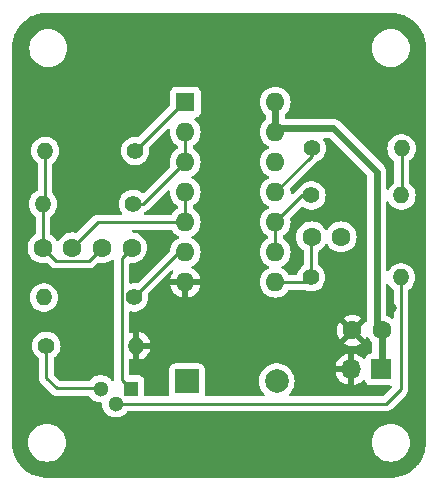
<source format=gbr>
%TF.GenerationSoftware,KiCad,Pcbnew,7.0.7*%
%TF.CreationDate,2023-10-16T17:48:25+02:00*%
%TF.ProjectId,cd4069-siren,63643430-3639-42d7-9369-72656e2e6b69,0*%
%TF.SameCoordinates,Original*%
%TF.FileFunction,Copper,L1,Top*%
%TF.FilePolarity,Positive*%
%FSLAX46Y46*%
G04 Gerber Fmt 4.6, Leading zero omitted, Abs format (unit mm)*
G04 Created by KiCad (PCBNEW 7.0.7) date 2023-10-16 17:48:25*
%MOMM*%
%LPD*%
G01*
G04 APERTURE LIST*
%TA.AperFunction,ComponentPad*%
%ADD10C,1.600000*%
%TD*%
%TA.AperFunction,ComponentPad*%
%ADD11C,1.400000*%
%TD*%
%TA.AperFunction,ComponentPad*%
%ADD12O,1.400000X1.400000*%
%TD*%
%TA.AperFunction,ComponentPad*%
%ADD13R,1.700000X1.700000*%
%TD*%
%TA.AperFunction,ComponentPad*%
%ADD14O,1.700000X1.700000*%
%TD*%
%TA.AperFunction,ComponentPad*%
%ADD15R,1.600000X1.600000*%
%TD*%
%TA.AperFunction,ComponentPad*%
%ADD16O,1.600000X1.600000*%
%TD*%
%TA.AperFunction,ComponentPad*%
%ADD17R,1.300000X1.300000*%
%TD*%
%TA.AperFunction,ComponentPad*%
%ADD18C,1.300000*%
%TD*%
%TA.AperFunction,ComponentPad*%
%ADD19R,2.000000X2.000000*%
%TD*%
%TA.AperFunction,ComponentPad*%
%ADD20C,2.000000*%
%TD*%
%TA.AperFunction,ViaPad*%
%ADD21C,0.800000*%
%TD*%
%TA.AperFunction,Conductor*%
%ADD22C,0.250000*%
%TD*%
%TA.AperFunction,Conductor*%
%ADD23C,0.600000*%
%TD*%
G04 APERTURE END LIST*
D10*
%TO.P,C1,1*%
%TO.N,/I0*%
X94050000Y-67300000D03*
%TO.P,C1,2*%
%TO.N,Net-(C1-Pad2)*%
X91550000Y-67300000D03*
%TD*%
D11*
%TO.P,R6,1*%
%TO.N,Net-(R6-Pad1)*%
X114290000Y-58875000D03*
D12*
%TO.P,R6,2*%
%TO.N,Net-(C3-Pad2)*%
X121910000Y-58875000D03*
%TD*%
D13*
%TO.P,BT1,1,+*%
%TO.N,+6V*%
X120200000Y-77600000D03*
D14*
%TO.P,BT1,2,-*%
%TO.N,GND*%
X117660000Y-77600000D03*
%TD*%
D11*
%TO.P,R3,1*%
%TO.N,Net-(R3-Pad1)*%
X99250000Y-71500000D03*
D12*
%TO.P,R3,2*%
%TO.N,Net-(Piezo1-Pad1)*%
X91630000Y-71500000D03*
%TD*%
D10*
%TO.P,C3,1*%
%TO.N,Net-(C3-Pad1)*%
X114300000Y-66375000D03*
%TO.P,C3,2*%
%TO.N,Net-(C3-Pad2)*%
X116800000Y-66375000D03*
%TD*%
D11*
%TO.P,R4,1*%
%TO.N,Net-(C3-Pad1)*%
X114250000Y-69800000D03*
D12*
%TO.P,R4,2*%
%TO.N,Net-(BC546-B)*%
X121870000Y-69800000D03*
%TD*%
D10*
%TO.P,C4,1*%
%TO.N,+6V*%
X120250000Y-74300000D03*
%TO.P,C4,2*%
%TO.N,GND*%
X117750000Y-74300000D03*
%TD*%
D11*
%TO.P,R2,1*%
%TO.N,Net-(R2-Pad1)*%
X99170000Y-63600000D03*
D12*
%TO.P,R2,2*%
%TO.N,Net-(C1-Pad2)*%
X91550000Y-63600000D03*
%TD*%
D11*
%TO.P,R5,1*%
%TO.N,Net-(R5-Pad1)*%
X114280000Y-62875000D03*
D12*
%TO.P,R5,2*%
%TO.N,Net-(C3-Pad2)*%
X121900000Y-62875000D03*
%TD*%
D15*
%TO.P,CD4069,1*%
%TO.N,Net-(R1-Pad1)*%
X103600000Y-54975000D03*
D16*
%TO.P,CD4069,2*%
%TO.N,Net-(R2-Pad1)*%
X103600000Y-57515000D03*
%TO.P,CD4069,3*%
X103600000Y-60055000D03*
%TO.P,CD4069,4*%
%TO.N,/I0*%
X103600000Y-62595000D03*
%TO.P,CD4069,5*%
X103600000Y-65135000D03*
%TO.P,CD4069,6*%
%TO.N,Net-(R3-Pad1)*%
X103600000Y-67675000D03*
%TO.P,CD4069,7,VSS*%
%TO.N,GND*%
X103600000Y-70215000D03*
%TO.P,CD4069,8*%
%TO.N,Net-(C3-Pad1)*%
X111220000Y-70215000D03*
%TO.P,CD4069,9*%
%TO.N,Net-(R5-Pad1)*%
X111220000Y-67675000D03*
%TO.P,CD4069,10*%
X111220000Y-65135000D03*
%TO.P,CD4069,11*%
%TO.N,Net-(R6-Pad1)*%
X111220000Y-62595000D03*
%TO.P,CD4069,12*%
%TO.N,unconnected-(U1-Pad12)*%
X111220000Y-60055000D03*
%TO.P,CD4069,13*%
%TO.N,+6V*%
X111220000Y-57515000D03*
%TO.P,CD4069,14,VDD*%
X111220000Y-54975000D03*
%TD*%
D11*
%TO.P,R7,1*%
%TO.N,Net-(BC546-E)*%
X91830000Y-75600000D03*
D12*
%TO.P,R7,2*%
%TO.N,GND*%
X99450000Y-75600000D03*
%TD*%
D10*
%TO.P,C2,1*%
%TO.N,Net-(C1-Pad2)*%
X96550000Y-67300000D03*
%TO.P,C2,2*%
%TO.N,/I1*%
X99050000Y-67300000D03*
%TD*%
D11*
%TO.P,R1,1*%
%TO.N,Net-(R1-Pad1)*%
X99350000Y-59100000D03*
D12*
%TO.P,R1,2*%
%TO.N,Net-(C1-Pad2)*%
X91730000Y-59100000D03*
%TD*%
D17*
%TO.P,BC546,1,C*%
%TO.N,/I1*%
X98970000Y-79230000D03*
D18*
%TO.P,BC546,2,B*%
%TO.N,Net-(BC546-B)*%
X97700000Y-80500000D03*
%TO.P,BC546,3,E*%
%TO.N,Net-(BC546-E)*%
X96430000Y-79230000D03*
%TD*%
D19*
%TO.P,Piezo1,1,1*%
%TO.N,Net-(Piezo1-Pad1)*%
X103750000Y-78600000D03*
D20*
%TO.P,Piezo1,2,2*%
%TO.N,/I0*%
X111350000Y-78600000D03*
%TD*%
D21*
%TO.N,GND*%
X115100000Y-84200000D03*
X107400000Y-55800000D03*
X112600000Y-74100000D03*
X90100000Y-78300000D03*
X122400000Y-67200000D03*
X121100000Y-72400000D03*
X107200000Y-67600000D03*
X97900000Y-54200000D03*
X99400000Y-69600000D03*
X121100000Y-55400000D03*
X98400000Y-61200000D03*
X107600000Y-63100000D03*
X115300000Y-61100000D03*
X101400000Y-63800000D03*
X90900000Y-69500000D03*
X115300000Y-53500000D03*
X100500000Y-84900000D03*
X101600000Y-72100000D03*
%TD*%
D22*
%TO.N,/I1*%
X98200000Y-78460000D02*
X98970000Y-79230000D01*
X98200000Y-68150000D02*
X98200000Y-78460000D01*
X99050000Y-67300000D02*
X98200000Y-68150000D01*
%TO.N,Net-(BC546-B)*%
X120600000Y-80500000D02*
X121870000Y-79230000D01*
X121870000Y-79230000D02*
X121870000Y-69800000D01*
X97700000Y-80500000D02*
X120600000Y-80500000D01*
%TO.N,Net-(BC546-E)*%
X91830000Y-78330000D02*
X92700000Y-79200000D01*
X91830000Y-75600000D02*
X91830000Y-78330000D01*
X92700000Y-79200000D02*
X96400000Y-79200000D01*
X96400000Y-79200000D02*
X96430000Y-79230000D01*
D23*
%TO.N,+6V*%
X120250000Y-77550000D02*
X120200000Y-77600000D01*
X119800000Y-73850000D02*
X120200000Y-74250000D01*
X111260000Y-57475000D02*
X111535000Y-57200000D01*
X111220000Y-57515000D02*
X111220000Y-54975000D01*
X119800000Y-60875000D02*
X119800000Y-73850000D01*
X116125000Y-57200000D02*
X119800000Y-60875000D01*
X120250000Y-74300000D02*
X120250000Y-77550000D01*
X111535000Y-57200000D02*
X116125000Y-57200000D01*
D22*
%TO.N,/I0*%
X94050000Y-67300000D02*
X96215000Y-65135000D01*
X103600000Y-62595000D02*
X103600000Y-65135000D01*
X96215000Y-65135000D02*
X103600000Y-65135000D01*
%TO.N,Net-(C1-Pad2)*%
X91550000Y-63600000D02*
X91550000Y-67300000D01*
X92675000Y-68425000D02*
X95425000Y-68425000D01*
X95425000Y-68425000D02*
X96550000Y-67300000D01*
X91730000Y-63420000D02*
X91550000Y-63600000D01*
X91730000Y-59100000D02*
X91730000Y-63420000D01*
X91550000Y-67300000D02*
X92675000Y-68425000D01*
%TO.N,Net-(C3-Pad1)*%
X114300000Y-66850000D02*
X114300000Y-66375000D01*
X111220000Y-70215000D02*
X113835000Y-70215000D01*
X111220000Y-70215000D02*
X111220000Y-69930000D01*
X113835000Y-70215000D02*
X114250000Y-69800000D01*
X114250000Y-69800000D02*
X114250000Y-66425000D01*
X114250000Y-66425000D02*
X114300000Y-66375000D01*
X111210000Y-70225000D02*
X111220000Y-70215000D01*
%TO.N,Net-(C3-Pad2)*%
X121910000Y-58675000D02*
X121910000Y-62865000D01*
X121910000Y-62865000D02*
X121900000Y-62875000D01*
%TO.N,Net-(R1-Pad1)*%
X103475000Y-54975000D02*
X103600000Y-54975000D01*
X99350000Y-59100000D02*
X103475000Y-54975000D01*
%TO.N,Net-(R2-Pad1)*%
X100055000Y-63600000D02*
X99170000Y-63600000D01*
X103600000Y-60055000D02*
X100055000Y-63600000D01*
X103600000Y-60055000D02*
X103600000Y-57515000D01*
%TO.N,Net-(R3-Pad1)*%
X103400000Y-67475000D02*
X103600000Y-67675000D01*
X103075000Y-67675000D02*
X103600000Y-67675000D01*
X99250000Y-71500000D02*
X103075000Y-67675000D01*
%TO.N,Net-(R5-Pad1)*%
X113480000Y-62875000D02*
X114280000Y-62875000D01*
X111220000Y-65135000D02*
X113480000Y-62875000D01*
X111220000Y-65135000D02*
X111220000Y-67675000D01*
%TO.N,Net-(R6-Pad1)*%
X111220000Y-62595000D02*
X114290000Y-59525000D01*
X114290000Y-59525000D02*
X114290000Y-58875000D01*
%TD*%
%TA.AperFunction,Conductor*%
%TO.N,GND*%
G36*
X120805703Y-70377286D02*
G01*
X120835501Y-70415729D01*
X120844939Y-70434684D01*
X120844943Y-70434691D01*
X120979020Y-70612238D01*
X121143433Y-70762120D01*
X121143435Y-70762121D01*
X121143438Y-70762124D01*
X121185774Y-70788337D01*
X121185776Y-70788338D01*
X121232412Y-70840365D01*
X121244499Y-70893765D01*
X121244499Y-73170535D01*
X121224814Y-73237574D01*
X121172010Y-73283329D01*
X121102852Y-73293273D01*
X121049377Y-73272111D01*
X120904309Y-73170535D01*
X120902734Y-73169432D01*
X120902732Y-73169431D01*
X120696497Y-73073261D01*
X120696484Y-73073257D01*
X120692395Y-73072161D01*
X120632738Y-73035790D01*
X120602215Y-72972940D01*
X120600500Y-72952389D01*
X120600500Y-70470999D01*
X120620185Y-70403960D01*
X120672989Y-70358205D01*
X120742147Y-70348261D01*
X120805703Y-70377286D01*
G37*
%TD.AperFunction*%
%TA.AperFunction,Conductor*%
G36*
X102452851Y-65780185D02*
G01*
X102487387Y-65813377D01*
X102599954Y-65974141D01*
X102760858Y-66135045D01*
X102791831Y-66156732D01*
X102947266Y-66265568D01*
X103005275Y-66292618D01*
X103057714Y-66338791D01*
X103076866Y-66405984D01*
X103056650Y-66472865D01*
X103005275Y-66517382D01*
X102947267Y-66544431D01*
X102947265Y-66544432D01*
X102760858Y-66674954D01*
X102599954Y-66835858D01*
X102469432Y-67022265D01*
X102469431Y-67022267D01*
X102373261Y-67228502D01*
X102373258Y-67228511D01*
X102314366Y-67448302D01*
X102314364Y-67448311D01*
X102308447Y-67515936D01*
X102282993Y-67581004D01*
X102272600Y-67592807D01*
X99579892Y-70285515D01*
X99518569Y-70319000D01*
X99469426Y-70319722D01*
X99361243Y-70299500D01*
X99138757Y-70299500D01*
X99070361Y-70312285D01*
X98972284Y-70330619D01*
X98902769Y-70323588D01*
X98848090Y-70280090D01*
X98825608Y-70213936D01*
X98825500Y-70208777D01*
X98825500Y-68721147D01*
X98845185Y-68654108D01*
X98897989Y-68608354D01*
X98960306Y-68597620D01*
X99050000Y-68605468D01*
X99050000Y-68605467D01*
X99050001Y-68605468D01*
X99050002Y-68605468D01*
X99118214Y-68599500D01*
X99276692Y-68585635D01*
X99496496Y-68526739D01*
X99702734Y-68430568D01*
X99889139Y-68300047D01*
X100050047Y-68139139D01*
X100180568Y-67952734D01*
X100276739Y-67746496D01*
X100335635Y-67526692D01*
X100355468Y-67300000D01*
X100335635Y-67073308D01*
X100276739Y-66853504D01*
X100180568Y-66647266D01*
X100050047Y-66460861D01*
X100050045Y-66460858D01*
X99889141Y-66299954D01*
X99702734Y-66169432D01*
X99702732Y-66169431D01*
X99496497Y-66073261D01*
X99496488Y-66073258D01*
X99276697Y-66014366D01*
X99276693Y-66014365D01*
X99276692Y-66014365D01*
X99276691Y-66014364D01*
X99276686Y-66014364D01*
X99204260Y-66008028D01*
X99139191Y-65982576D01*
X99098212Y-65925985D01*
X99094334Y-65856223D01*
X99128788Y-65795439D01*
X99190635Y-65762931D01*
X99215067Y-65760500D01*
X102385812Y-65760500D01*
X102452851Y-65780185D01*
G37*
%TD.AperFunction*%
%TA.AperFunction,Conductor*%
G36*
X102218196Y-62423907D02*
G01*
X102274129Y-62465779D01*
X102298546Y-62531243D01*
X102298390Y-62550895D01*
X102294532Y-62594996D01*
X102294532Y-62595001D01*
X102314364Y-62821686D01*
X102314366Y-62821697D01*
X102373258Y-63041488D01*
X102373261Y-63041497D01*
X102469431Y-63247732D01*
X102469432Y-63247734D01*
X102599954Y-63434141D01*
X102760858Y-63595045D01*
X102921623Y-63707613D01*
X102965248Y-63762189D01*
X102974500Y-63809188D01*
X102974500Y-63920811D01*
X102954815Y-63987850D01*
X102921623Y-64022386D01*
X102760859Y-64134953D01*
X102599954Y-64295858D01*
X102487387Y-64456623D01*
X102432811Y-64500248D01*
X102385812Y-64509500D01*
X100236556Y-64509500D01*
X100169517Y-64489815D01*
X100123762Y-64437011D01*
X100113818Y-64367853D01*
X100137602Y-64310774D01*
X100192839Y-64237628D01*
X100246151Y-64197059D01*
X100250451Y-64195357D01*
X100255124Y-64193508D01*
X100260649Y-64191616D01*
X100305390Y-64178618D01*
X100322629Y-64168422D01*
X100340103Y-64159862D01*
X100358727Y-64152488D01*
X100358727Y-64152487D01*
X100358732Y-64152486D01*
X100396449Y-64125082D01*
X100401305Y-64121892D01*
X100441420Y-64098170D01*
X100455589Y-64083999D01*
X100470379Y-64071368D01*
X100486587Y-64059594D01*
X100516299Y-64023676D01*
X100520212Y-64019376D01*
X102087182Y-62452406D01*
X102148504Y-62418923D01*
X102218196Y-62423907D01*
G37*
%TD.AperFunction*%
%TA.AperFunction,Conductor*%
G36*
X121001619Y-47400584D02*
G01*
X121133628Y-47407503D01*
X121317027Y-47417803D01*
X121323212Y-47418465D01*
X121475647Y-47442608D01*
X121638194Y-47470226D01*
X121643811Y-47471453D01*
X121796693Y-47512418D01*
X121889122Y-47539046D01*
X121951724Y-47557082D01*
X121956759Y-47558769D01*
X122106183Y-47616127D01*
X122254007Y-47677358D01*
X122258412Y-47679388D01*
X122316738Y-47709107D01*
X122401921Y-47752511D01*
X122471118Y-47790754D01*
X122541480Y-47829641D01*
X122545215Y-47831882D01*
X122616398Y-47878109D01*
X122680872Y-47919980D01*
X122758767Y-47975249D01*
X122810764Y-48012142D01*
X122813886Y-48014510D01*
X122938748Y-48115621D01*
X122941034Y-48117567D01*
X123058721Y-48222738D01*
X123061248Y-48225128D01*
X123174870Y-48338750D01*
X123177260Y-48341277D01*
X123282431Y-48458964D01*
X123284385Y-48461260D01*
X123385480Y-48586102D01*
X123387862Y-48589243D01*
X123480019Y-48719127D01*
X123532215Y-48799500D01*
X123568106Y-48854767D01*
X123570364Y-48858531D01*
X123647488Y-48998078D01*
X123720604Y-49141575D01*
X123722643Y-49145997D01*
X123783877Y-49293829D01*
X123841221Y-49443217D01*
X123842916Y-49448273D01*
X123887579Y-49603297D01*
X123928541Y-49756171D01*
X123929778Y-49761835D01*
X123957394Y-49924369D01*
X123981530Y-50076758D01*
X123982196Y-50082985D01*
X123992509Y-50266618D01*
X123999414Y-50398364D01*
X123999499Y-50401649D01*
X123978180Y-83777083D01*
X123978095Y-83780289D01*
X123971191Y-83912046D01*
X123960878Y-84095695D01*
X123960212Y-84101922D01*
X123936079Y-84254296D01*
X123908461Y-84416849D01*
X123907223Y-84422513D01*
X123866271Y-84575356D01*
X123821602Y-84730407D01*
X123819906Y-84735464D01*
X123762560Y-84884858D01*
X123701327Y-85032687D01*
X123699289Y-85037110D01*
X123626173Y-85180608D01*
X123549050Y-85320152D01*
X123546783Y-85323929D01*
X123458706Y-85459558D01*
X123366551Y-85589437D01*
X123364169Y-85592577D01*
X123263064Y-85717434D01*
X123261110Y-85719730D01*
X123155958Y-85837395D01*
X123153568Y-85839923D01*
X123039923Y-85953568D01*
X123037395Y-85955958D01*
X122919730Y-86061110D01*
X122917434Y-86063064D01*
X122792577Y-86164169D01*
X122789437Y-86166551D01*
X122659558Y-86258706D01*
X122523929Y-86346783D01*
X122520152Y-86349050D01*
X122380608Y-86426173D01*
X122237110Y-86499289D01*
X122232687Y-86501327D01*
X122084858Y-86562560D01*
X121935464Y-86619906D01*
X121930407Y-86621602D01*
X121775356Y-86666271D01*
X121622513Y-86707223D01*
X121616849Y-86708461D01*
X121454296Y-86736079D01*
X121301922Y-86760212D01*
X121295695Y-86760878D01*
X121112047Y-86771191D01*
X121004379Y-86776833D01*
X120980301Y-86778095D01*
X120977058Y-86778180D01*
X91922942Y-86778180D01*
X91919698Y-86778095D01*
X91889836Y-86776530D01*
X91787952Y-86771191D01*
X91604303Y-86760878D01*
X91598076Y-86760212D01*
X91445703Y-86736079D01*
X91283149Y-86708461D01*
X91277485Y-86707223D01*
X91124643Y-86666271D01*
X90969591Y-86621602D01*
X90964534Y-86619906D01*
X90815141Y-86562560D01*
X90667311Y-86501327D01*
X90662888Y-86499288D01*
X90519391Y-86426173D01*
X90379847Y-86349050D01*
X90376077Y-86346788D01*
X90240441Y-86258706D01*
X90110561Y-86166551D01*
X90107421Y-86164169D01*
X90045112Y-86113713D01*
X89982537Y-86063041D01*
X89980284Y-86061123D01*
X89862584Y-85955940D01*
X89860093Y-85953585D01*
X89746412Y-85839904D01*
X89744061Y-85837417D01*
X89638869Y-85719708D01*
X89636964Y-85717469D01*
X89568003Y-85632310D01*
X89535829Y-85592577D01*
X89533447Y-85589437D01*
X89441293Y-85459558D01*
X89412433Y-85415117D01*
X89353200Y-85323905D01*
X89350948Y-85320151D01*
X89273821Y-85180598D01*
X89200701Y-85037091D01*
X89198677Y-85032701D01*
X89137439Y-84884858D01*
X89080087Y-84735449D01*
X89078403Y-84730428D01*
X89033734Y-84575377D01*
X88992771Y-84422499D01*
X88991544Y-84416883D01*
X88963920Y-84254296D01*
X88939782Y-84101889D01*
X88939121Y-84095712D01*
X88928809Y-83912046D01*
X88922937Y-83799999D01*
X90294551Y-83799999D01*
X90314317Y-84051151D01*
X90373126Y-84296110D01*
X90469533Y-84528859D01*
X90601160Y-84743653D01*
X90601161Y-84743656D01*
X90601164Y-84743659D01*
X90764776Y-84935224D01*
X90878907Y-85032701D01*
X90956343Y-85098838D01*
X90956346Y-85098839D01*
X91171140Y-85230466D01*
X91396784Y-85323930D01*
X91403889Y-85326873D01*
X91648852Y-85385683D01*
X91804950Y-85397968D01*
X91837116Y-85400500D01*
X91837118Y-85400500D01*
X91962884Y-85400500D01*
X91992518Y-85398167D01*
X92151148Y-85385683D01*
X92396111Y-85326873D01*
X92628859Y-85230466D01*
X92843659Y-85098836D01*
X93035224Y-84935224D01*
X93198836Y-84743659D01*
X93330466Y-84528859D01*
X93426873Y-84296111D01*
X93485683Y-84051148D01*
X93505449Y-83800000D01*
X93505449Y-83799999D01*
X119394551Y-83799999D01*
X119414317Y-84051151D01*
X119473126Y-84296110D01*
X119569533Y-84528859D01*
X119701160Y-84743653D01*
X119701161Y-84743656D01*
X119701164Y-84743659D01*
X119864776Y-84935224D01*
X119978907Y-85032701D01*
X120056343Y-85098838D01*
X120056346Y-85098839D01*
X120271140Y-85230466D01*
X120496784Y-85323930D01*
X120503889Y-85326873D01*
X120748852Y-85385683D01*
X120904950Y-85397968D01*
X120937116Y-85400500D01*
X120937118Y-85400500D01*
X121062884Y-85400500D01*
X121092517Y-85398167D01*
X121251148Y-85385683D01*
X121496111Y-85326873D01*
X121728859Y-85230466D01*
X121943659Y-85098836D01*
X122135224Y-84935224D01*
X122298836Y-84743659D01*
X122430466Y-84528859D01*
X122526873Y-84296111D01*
X122585683Y-84051148D01*
X122605449Y-83800000D01*
X122585683Y-83548852D01*
X122526873Y-83303889D01*
X122430466Y-83071141D01*
X122430466Y-83071140D01*
X122298839Y-82856346D01*
X122298838Y-82856343D01*
X122261875Y-82813066D01*
X122135224Y-82664776D01*
X122008571Y-82556604D01*
X121943656Y-82501161D01*
X121943653Y-82501160D01*
X121728859Y-82369533D01*
X121496110Y-82273126D01*
X121251150Y-82214317D01*
X121062884Y-82199500D01*
X121062882Y-82199500D01*
X120937118Y-82199500D01*
X120937116Y-82199500D01*
X120748849Y-82214317D01*
X120503889Y-82273126D01*
X120271140Y-82369533D01*
X120056346Y-82501160D01*
X120056343Y-82501161D01*
X119864776Y-82664776D01*
X119701161Y-82856343D01*
X119701160Y-82856346D01*
X119569533Y-83071140D01*
X119473126Y-83303889D01*
X119414317Y-83548848D01*
X119394551Y-83799999D01*
X93505449Y-83799999D01*
X93485683Y-83548852D01*
X93426873Y-83303889D01*
X93330466Y-83071141D01*
X93330466Y-83071140D01*
X93198839Y-82856346D01*
X93198838Y-82856343D01*
X93161875Y-82813066D01*
X93035224Y-82664776D01*
X92908571Y-82556604D01*
X92843656Y-82501161D01*
X92843653Y-82501160D01*
X92628859Y-82369533D01*
X92396110Y-82273126D01*
X92151150Y-82214317D01*
X91962884Y-82199500D01*
X91962882Y-82199500D01*
X91837118Y-82199500D01*
X91837116Y-82199500D01*
X91648849Y-82214317D01*
X91403889Y-82273126D01*
X91171140Y-82369533D01*
X90956346Y-82501160D01*
X90956343Y-82501161D01*
X90764776Y-82664776D01*
X90601161Y-82856343D01*
X90601160Y-82856346D01*
X90469533Y-83071140D01*
X90373126Y-83303889D01*
X90314317Y-83548848D01*
X90294551Y-83799999D01*
X88922937Y-83799999D01*
X88921905Y-83780310D01*
X88921821Y-83777033D01*
X88922627Y-82856346D01*
X88932562Y-71500000D01*
X90424357Y-71500000D01*
X90444884Y-71721535D01*
X90444885Y-71721537D01*
X90505769Y-71935523D01*
X90505775Y-71935538D01*
X90604938Y-72134683D01*
X90604943Y-72134691D01*
X90739020Y-72312238D01*
X90903437Y-72462123D01*
X90903439Y-72462125D01*
X91092595Y-72579245D01*
X91092596Y-72579245D01*
X91092599Y-72579247D01*
X91300060Y-72659618D01*
X91518757Y-72700500D01*
X91518759Y-72700500D01*
X91741241Y-72700500D01*
X91741243Y-72700500D01*
X91959940Y-72659618D01*
X92167401Y-72579247D01*
X92356562Y-72462124D01*
X92520981Y-72312236D01*
X92655058Y-72134689D01*
X92754229Y-71935528D01*
X92815115Y-71721536D01*
X92835643Y-71500000D01*
X92830200Y-71441265D01*
X92815115Y-71278464D01*
X92815114Y-71278462D01*
X92813490Y-71272755D01*
X92754229Y-71064472D01*
X92702018Y-70959618D01*
X92655061Y-70865316D01*
X92655056Y-70865308D01*
X92520979Y-70687761D01*
X92356562Y-70537876D01*
X92356560Y-70537874D01*
X92167404Y-70420754D01*
X92167398Y-70420752D01*
X91959940Y-70340382D01*
X91741243Y-70299500D01*
X91518757Y-70299500D01*
X91300060Y-70340382D01*
X91254054Y-70358205D01*
X91092601Y-70420752D01*
X91092595Y-70420754D01*
X90903439Y-70537874D01*
X90903437Y-70537876D01*
X90739020Y-70687761D01*
X90604943Y-70865308D01*
X90604938Y-70865316D01*
X90505775Y-71064461D01*
X90505769Y-71064476D01*
X90444885Y-71278462D01*
X90444884Y-71278464D01*
X90424357Y-71499999D01*
X90424357Y-71500000D01*
X88932562Y-71500000D01*
X88936237Y-67300001D01*
X90244532Y-67300001D01*
X90264364Y-67526686D01*
X90264366Y-67526697D01*
X90323258Y-67746488D01*
X90323261Y-67746497D01*
X90419431Y-67952732D01*
X90419432Y-67952734D01*
X90549954Y-68139141D01*
X90710858Y-68300045D01*
X90710861Y-68300047D01*
X90897266Y-68430568D01*
X91103504Y-68526739D01*
X91323308Y-68585635D01*
X91480780Y-68599412D01*
X91549998Y-68605468D01*
X91550000Y-68605468D01*
X91550002Y-68605468D01*
X91618214Y-68599500D01*
X91776692Y-68585635D01*
X91845048Y-68567319D01*
X91914897Y-68568982D01*
X91964822Y-68599413D01*
X92174197Y-68808788D01*
X92184022Y-68821051D01*
X92184243Y-68820869D01*
X92189214Y-68826878D01*
X92210043Y-68846437D01*
X92239635Y-68874226D01*
X92260529Y-68895120D01*
X92266011Y-68899373D01*
X92270443Y-68903157D01*
X92304418Y-68935062D01*
X92321976Y-68944714D01*
X92338235Y-68955395D01*
X92354064Y-68967673D01*
X92396838Y-68986182D01*
X92402056Y-68988738D01*
X92442908Y-69011197D01*
X92462316Y-69016180D01*
X92480717Y-69022480D01*
X92499104Y-69030437D01*
X92542488Y-69037308D01*
X92545119Y-69037725D01*
X92550839Y-69038909D01*
X92595981Y-69050500D01*
X92616016Y-69050500D01*
X92635414Y-69052026D01*
X92655194Y-69055159D01*
X92655195Y-69055160D01*
X92655195Y-69055159D01*
X92655196Y-69055160D01*
X92701583Y-69050775D01*
X92707422Y-69050500D01*
X95342257Y-69050500D01*
X95357877Y-69052224D01*
X95357904Y-69051939D01*
X95365660Y-69052671D01*
X95365667Y-69052673D01*
X95434814Y-69050500D01*
X95464350Y-69050500D01*
X95471228Y-69049630D01*
X95477041Y-69049172D01*
X95523627Y-69047709D01*
X95542869Y-69042117D01*
X95561912Y-69038174D01*
X95581792Y-69035664D01*
X95625122Y-69018507D01*
X95630646Y-69016617D01*
X95642614Y-69013140D01*
X95675390Y-69003618D01*
X95692629Y-68993422D01*
X95710103Y-68984862D01*
X95728727Y-68977488D01*
X95728727Y-68977487D01*
X95728732Y-68977486D01*
X95766449Y-68950082D01*
X95771305Y-68946892D01*
X95811420Y-68923170D01*
X95825589Y-68908999D01*
X95840379Y-68896368D01*
X95856587Y-68884594D01*
X95886299Y-68848676D01*
X95890212Y-68844376D01*
X96135178Y-68599411D01*
X96196500Y-68565927D01*
X96254947Y-68567317D01*
X96323308Y-68585635D01*
X96480780Y-68599412D01*
X96549998Y-68605468D01*
X96550000Y-68605468D01*
X96550002Y-68605468D01*
X96618214Y-68599500D01*
X96776692Y-68585635D01*
X96996496Y-68526739D01*
X97202734Y-68430568D01*
X97379378Y-68306881D01*
X97445583Y-68284555D01*
X97513350Y-68301565D01*
X97561163Y-68352514D01*
X97574500Y-68408457D01*
X97574500Y-78377255D01*
X97572775Y-78392872D01*
X97573061Y-78392899D01*
X97572326Y-78400666D01*
X97574265Y-78462356D01*
X97556695Y-78529981D01*
X97505354Y-78577371D01*
X97436542Y-78589481D01*
X97372106Y-78562467D01*
X97351372Y-78540977D01*
X97344690Y-78532129D01*
X97283872Y-78451593D01*
X97126302Y-78307948D01*
X96945019Y-78195702D01*
X96945017Y-78195701D01*
X96814817Y-78145262D01*
X96746198Y-78118679D01*
X96536610Y-78079500D01*
X96323390Y-78079500D01*
X96113802Y-78118679D01*
X96113799Y-78118679D01*
X96113799Y-78118680D01*
X95914982Y-78195701D01*
X95914980Y-78195702D01*
X95733699Y-78307947D01*
X95576127Y-78451593D01*
X95520522Y-78525227D01*
X95464413Y-78566863D01*
X95421568Y-78574500D01*
X93010452Y-78574500D01*
X92943413Y-78554815D01*
X92922771Y-78538181D01*
X92491819Y-78107228D01*
X92458334Y-78045905D01*
X92455500Y-78019547D01*
X92455500Y-76693765D01*
X92475185Y-76626726D01*
X92514220Y-76588340D01*
X92556562Y-76562124D01*
X92720981Y-76412236D01*
X92855058Y-76234689D01*
X92954229Y-76035528D01*
X93015115Y-75821536D01*
X93035643Y-75600000D01*
X93028810Y-75526264D01*
X93015115Y-75378464D01*
X93015114Y-75378462D01*
X93010911Y-75363691D01*
X92954229Y-75164472D01*
X92943669Y-75143264D01*
X92855061Y-74965316D01*
X92855056Y-74965308D01*
X92720979Y-74787761D01*
X92556562Y-74637876D01*
X92556560Y-74637874D01*
X92367404Y-74520754D01*
X92367398Y-74520752D01*
X92159940Y-74440382D01*
X91941243Y-74399500D01*
X91718757Y-74399500D01*
X91500060Y-74440382D01*
X91437913Y-74464458D01*
X91292601Y-74520752D01*
X91292595Y-74520754D01*
X91103439Y-74637874D01*
X91103437Y-74637876D01*
X90939020Y-74787761D01*
X90804943Y-74965308D01*
X90804938Y-74965316D01*
X90705775Y-75164461D01*
X90705769Y-75164476D01*
X90644885Y-75378462D01*
X90644884Y-75378464D01*
X90624357Y-75599999D01*
X90624357Y-75600000D01*
X90644884Y-75821535D01*
X90644885Y-75821537D01*
X90705769Y-76035523D01*
X90705775Y-76035538D01*
X90804938Y-76234683D01*
X90804943Y-76234691D01*
X90939020Y-76412238D01*
X91103433Y-76562120D01*
X91103435Y-76562122D01*
X91103437Y-76562123D01*
X91103438Y-76562124D01*
X91145778Y-76588339D01*
X91192412Y-76640364D01*
X91204500Y-76693765D01*
X91204500Y-78247255D01*
X91202775Y-78262872D01*
X91203061Y-78262899D01*
X91202326Y-78270665D01*
X91204500Y-78339814D01*
X91204500Y-78369343D01*
X91204501Y-78369360D01*
X91205368Y-78376231D01*
X91205826Y-78382050D01*
X91207290Y-78428624D01*
X91207291Y-78428627D01*
X91212880Y-78447867D01*
X91216824Y-78466911D01*
X91219336Y-78486791D01*
X91236490Y-78530119D01*
X91238382Y-78535647D01*
X91251381Y-78580388D01*
X91261580Y-78597634D01*
X91270136Y-78615100D01*
X91272768Y-78621745D01*
X91277514Y-78633732D01*
X91304898Y-78671423D01*
X91308106Y-78676307D01*
X91331827Y-78716416D01*
X91331833Y-78716424D01*
X91345990Y-78730580D01*
X91358628Y-78745376D01*
X91370405Y-78761586D01*
X91370406Y-78761587D01*
X91406309Y-78791288D01*
X91410620Y-78795210D01*
X91812988Y-79197578D01*
X92199194Y-79583784D01*
X92209019Y-79596048D01*
X92209240Y-79595866D01*
X92214210Y-79601873D01*
X92214213Y-79601876D01*
X92214214Y-79601877D01*
X92264651Y-79649241D01*
X92280774Y-79665364D01*
X92285529Y-79670119D01*
X92291004Y-79674366D01*
X92295446Y-79678160D01*
X92329415Y-79710060D01*
X92329417Y-79710061D01*
X92329418Y-79710062D01*
X92346976Y-79719714D01*
X92363235Y-79730395D01*
X92366404Y-79732853D01*
X92379064Y-79742673D01*
X92421823Y-79761176D01*
X92427073Y-79763748D01*
X92467904Y-79786195D01*
X92467908Y-79786197D01*
X92467912Y-79786198D01*
X92487311Y-79791179D01*
X92505722Y-79797483D01*
X92524097Y-79805435D01*
X92524100Y-79805435D01*
X92524105Y-79805438D01*
X92570149Y-79812729D01*
X92575832Y-79813906D01*
X92620981Y-79825500D01*
X92641016Y-79825500D01*
X92660413Y-79827026D01*
X92680196Y-79830160D01*
X92726583Y-79825775D01*
X92732422Y-79825500D01*
X95376257Y-79825500D01*
X95443296Y-79845185D01*
X95475211Y-79874773D01*
X95576128Y-80008407D01*
X95733698Y-80152052D01*
X95914981Y-80264298D01*
X96113802Y-80341321D01*
X96323390Y-80380500D01*
X96323392Y-80380500D01*
X96420571Y-80380500D01*
X96487610Y-80400185D01*
X96533365Y-80452989D01*
X96542383Y-80494445D01*
X96544042Y-80494292D01*
X96564244Y-80712310D01*
X96622596Y-80917392D01*
X96622596Y-80917394D01*
X96717632Y-81108253D01*
X96846127Y-81278406D01*
X96846128Y-81278407D01*
X97003698Y-81422052D01*
X97184981Y-81534298D01*
X97383802Y-81611321D01*
X97593390Y-81650500D01*
X97593392Y-81650500D01*
X97806608Y-81650500D01*
X97806610Y-81650500D01*
X98016198Y-81611321D01*
X98215019Y-81534298D01*
X98396302Y-81422052D01*
X98553872Y-81278407D01*
X98632133Y-81174772D01*
X98688242Y-81133137D01*
X98731087Y-81125500D01*
X120517257Y-81125500D01*
X120532877Y-81127224D01*
X120532904Y-81126939D01*
X120540660Y-81127671D01*
X120540667Y-81127673D01*
X120609814Y-81125500D01*
X120639350Y-81125500D01*
X120646228Y-81124630D01*
X120652041Y-81124172D01*
X120698627Y-81122709D01*
X120717869Y-81117117D01*
X120736912Y-81113174D01*
X120756792Y-81110664D01*
X120800122Y-81093507D01*
X120805646Y-81091617D01*
X120809396Y-81090527D01*
X120850390Y-81078618D01*
X120867629Y-81068422D01*
X120885103Y-81059862D01*
X120903727Y-81052488D01*
X120903727Y-81052487D01*
X120903732Y-81052486D01*
X120941449Y-81025082D01*
X120946305Y-81021892D01*
X120986420Y-80998170D01*
X121000589Y-80983999D01*
X121015379Y-80971368D01*
X121031587Y-80959594D01*
X121061299Y-80923676D01*
X121065212Y-80919376D01*
X122253787Y-79730802D01*
X122266042Y-79720986D01*
X122265859Y-79720764D01*
X122271866Y-79715792D01*
X122271877Y-79715786D01*
X122310773Y-79674366D01*
X122319227Y-79665364D01*
X122329671Y-79654918D01*
X122340120Y-79644471D01*
X122344379Y-79638978D01*
X122348152Y-79634561D01*
X122380062Y-79600582D01*
X122389713Y-79583024D01*
X122400396Y-79566761D01*
X122412673Y-79550936D01*
X122431185Y-79508153D01*
X122433738Y-79502941D01*
X122456197Y-79462092D01*
X122461180Y-79442680D01*
X122467481Y-79424280D01*
X122475437Y-79405896D01*
X122482729Y-79359852D01*
X122483906Y-79354171D01*
X122495500Y-79309019D01*
X122495500Y-79288983D01*
X122497027Y-79269582D01*
X122500160Y-79249803D01*
X122500160Y-79249800D01*
X122498288Y-79230000D01*
X122495772Y-79203394D01*
X122495499Y-79197599D01*
X122495499Y-70893765D01*
X122515184Y-70826727D01*
X122554221Y-70788339D01*
X122596562Y-70762124D01*
X122760981Y-70612236D01*
X122895058Y-70434689D01*
X122994229Y-70235528D01*
X123055115Y-70021536D01*
X123075643Y-69800000D01*
X123055115Y-69578464D01*
X122994229Y-69364472D01*
X122970418Y-69316653D01*
X122895061Y-69165316D01*
X122895056Y-69165308D01*
X122760979Y-68987761D01*
X122596562Y-68837876D01*
X122596560Y-68837874D01*
X122407404Y-68720754D01*
X122407398Y-68720752D01*
X122199940Y-68640382D01*
X121981243Y-68599500D01*
X121758757Y-68599500D01*
X121540060Y-68640382D01*
X121450585Y-68675045D01*
X121332601Y-68720752D01*
X121332595Y-68720754D01*
X121143439Y-68837874D01*
X121143437Y-68837876D01*
X120979020Y-68987761D01*
X120844943Y-69165308D01*
X120844938Y-69165316D01*
X120835500Y-69184272D01*
X120787997Y-69235509D01*
X120720334Y-69252930D01*
X120653994Y-69231004D01*
X120610039Y-69176693D01*
X120600500Y-69129000D01*
X120600500Y-63485752D01*
X120620185Y-63418713D01*
X120672989Y-63372958D01*
X120742147Y-63363014D01*
X120805703Y-63392039D01*
X120835500Y-63430480D01*
X120874938Y-63509683D01*
X120874943Y-63509691D01*
X121009020Y-63687238D01*
X121173437Y-63837123D01*
X121173439Y-63837125D01*
X121362595Y-63954245D01*
X121362596Y-63954245D01*
X121362599Y-63954247D01*
X121570060Y-64034618D01*
X121788757Y-64075500D01*
X121788759Y-64075500D01*
X122011241Y-64075500D01*
X122011243Y-64075500D01*
X122229940Y-64034618D01*
X122437401Y-63954247D01*
X122626562Y-63837124D01*
X122790981Y-63687236D01*
X122925058Y-63509689D01*
X123024229Y-63310528D01*
X123085115Y-63096536D01*
X123105643Y-62875000D01*
X123093756Y-62746722D01*
X123085115Y-62653464D01*
X123085114Y-62653462D01*
X123080679Y-62637876D01*
X123024229Y-62439472D01*
X123012246Y-62415407D01*
X122925061Y-62240316D01*
X122925056Y-62240308D01*
X122790979Y-62062761D01*
X122626563Y-61912877D01*
X122626562Y-61912876D01*
X122594221Y-61892851D01*
X122547587Y-61840824D01*
X122535500Y-61787425D01*
X122535500Y-59968765D01*
X122555185Y-59901726D01*
X122594220Y-59863340D01*
X122636562Y-59837124D01*
X122800981Y-59687236D01*
X122935058Y-59509689D01*
X123034229Y-59310528D01*
X123095115Y-59096536D01*
X123115643Y-58875000D01*
X123095115Y-58653464D01*
X123034229Y-58439472D01*
X122958687Y-58287764D01*
X122935061Y-58240316D01*
X122935056Y-58240308D01*
X122800979Y-58062761D01*
X122636562Y-57912876D01*
X122636560Y-57912874D01*
X122447404Y-57795754D01*
X122447398Y-57795752D01*
X122239940Y-57715382D01*
X122021243Y-57674500D01*
X121798757Y-57674500D01*
X121580060Y-57715382D01*
X121448864Y-57766207D01*
X121372601Y-57795752D01*
X121372595Y-57795754D01*
X121183439Y-57912874D01*
X121183437Y-57912876D01*
X121019020Y-58062761D01*
X120884943Y-58240308D01*
X120884938Y-58240316D01*
X120785775Y-58439461D01*
X120785769Y-58439476D01*
X120724885Y-58653462D01*
X120724884Y-58653464D01*
X120704357Y-58874999D01*
X120704357Y-58875000D01*
X120724884Y-59096535D01*
X120724885Y-59096537D01*
X120785769Y-59310523D01*
X120785775Y-59310538D01*
X120884938Y-59509683D01*
X120884943Y-59509691D01*
X121019020Y-59687238D01*
X121183433Y-59837120D01*
X121183435Y-59837122D01*
X121183437Y-59837123D01*
X121183438Y-59837124D01*
X121225778Y-59863339D01*
X121272412Y-59915364D01*
X121284500Y-59968765D01*
X121284500Y-61775041D01*
X121264815Y-61842080D01*
X121225778Y-61880467D01*
X121173442Y-61912872D01*
X121173437Y-61912876D01*
X121009020Y-62062761D01*
X120874943Y-62240308D01*
X120874938Y-62240316D01*
X120835500Y-62319519D01*
X120787997Y-62370756D01*
X120720334Y-62388177D01*
X120653993Y-62366251D01*
X120610039Y-62311939D01*
X120600500Y-62264247D01*
X120600500Y-60784807D01*
X120600500Y-60784806D01*
X120591207Y-60744093D01*
X120590042Y-60737233D01*
X120585368Y-60695745D01*
X120581210Y-60683862D01*
X120571576Y-60656328D01*
X120569653Y-60649655D01*
X120560360Y-60608939D01*
X120549872Y-60587161D01*
X120542239Y-60571310D01*
X120539576Y-60564881D01*
X120525789Y-60525478D01*
X120525787Y-60525475D01*
X120525787Y-60525474D01*
X120520233Y-60516637D01*
X120503569Y-60490116D01*
X120500218Y-60484054D01*
X120482092Y-60446413D01*
X120456048Y-60413755D01*
X120452032Y-60408095D01*
X120429816Y-60372738D01*
X120302262Y-60245184D01*
X116659252Y-56602174D01*
X116627262Y-56570184D01*
X116627259Y-56570182D01*
X116591904Y-56547966D01*
X116586229Y-56543940D01*
X116553589Y-56517910D01*
X116515959Y-56499787D01*
X116509872Y-56496422D01*
X116474525Y-56474212D01*
X116435114Y-56460421D01*
X116428688Y-56457759D01*
X116391061Y-56439639D01*
X116350345Y-56430345D01*
X116343662Y-56428420D01*
X116304259Y-56414632D01*
X116262763Y-56409955D01*
X116255908Y-56408791D01*
X116215200Y-56399501D01*
X116215196Y-56399500D01*
X116215194Y-56399500D01*
X116215191Y-56399500D01*
X112144500Y-56399500D01*
X112077461Y-56379815D01*
X112031706Y-56327011D01*
X112020500Y-56275500D01*
X112020500Y-56065048D01*
X112040185Y-55998009D01*
X112056819Y-55977366D01*
X112059135Y-55975049D01*
X112059139Y-55975047D01*
X112220047Y-55814139D01*
X112350568Y-55627734D01*
X112446739Y-55421496D01*
X112505635Y-55201692D01*
X112525468Y-54975000D01*
X112505635Y-54748308D01*
X112446739Y-54528504D01*
X112350568Y-54322266D01*
X112220047Y-54135861D01*
X112220045Y-54135858D01*
X112059141Y-53974954D01*
X111872734Y-53844432D01*
X111872732Y-53844431D01*
X111666497Y-53748261D01*
X111666488Y-53748258D01*
X111446697Y-53689366D01*
X111446693Y-53689365D01*
X111446692Y-53689365D01*
X111446691Y-53689364D01*
X111446686Y-53689364D01*
X111220002Y-53669532D01*
X111219998Y-53669532D01*
X110993313Y-53689364D01*
X110993302Y-53689366D01*
X110773511Y-53748258D01*
X110773502Y-53748261D01*
X110567267Y-53844431D01*
X110567265Y-53844432D01*
X110380858Y-53974954D01*
X110219954Y-54135858D01*
X110089432Y-54322265D01*
X110089431Y-54322267D01*
X109993261Y-54528502D01*
X109993258Y-54528511D01*
X109934366Y-54748302D01*
X109934364Y-54748313D01*
X109914532Y-54974998D01*
X109914532Y-54975001D01*
X109934364Y-55201686D01*
X109934366Y-55201697D01*
X109993258Y-55421488D01*
X109993261Y-55421497D01*
X110089431Y-55627732D01*
X110089432Y-55627734D01*
X110219954Y-55814141D01*
X110383181Y-55977368D01*
X110416666Y-56038691D01*
X110419500Y-56065049D01*
X110419500Y-56424951D01*
X110399815Y-56491990D01*
X110383181Y-56512632D01*
X110219954Y-56675858D01*
X110089432Y-56862265D01*
X110089431Y-56862267D01*
X109993261Y-57068502D01*
X109993258Y-57068511D01*
X109934366Y-57288302D01*
X109934364Y-57288313D01*
X109914532Y-57514998D01*
X109914532Y-57515001D01*
X109934364Y-57741686D01*
X109934366Y-57741697D01*
X109993258Y-57961488D01*
X109993261Y-57961497D01*
X110089431Y-58167732D01*
X110089432Y-58167734D01*
X110219954Y-58354141D01*
X110380858Y-58515045D01*
X110380861Y-58515047D01*
X110567266Y-58645568D01*
X110625275Y-58672618D01*
X110677714Y-58718791D01*
X110696866Y-58785984D01*
X110676650Y-58852865D01*
X110625275Y-58897382D01*
X110567267Y-58924431D01*
X110567265Y-58924432D01*
X110380858Y-59054954D01*
X110219954Y-59215858D01*
X110089432Y-59402265D01*
X110089431Y-59402267D01*
X109993261Y-59608502D01*
X109993258Y-59608511D01*
X109934366Y-59828302D01*
X109934364Y-59828313D01*
X109914532Y-60054998D01*
X109914532Y-60055001D01*
X109934364Y-60281686D01*
X109934366Y-60281697D01*
X109993258Y-60501488D01*
X109993261Y-60501497D01*
X110089431Y-60707732D01*
X110089432Y-60707734D01*
X110219954Y-60894141D01*
X110380858Y-61055045D01*
X110380861Y-61055047D01*
X110567266Y-61185568D01*
X110612322Y-61206578D01*
X110625275Y-61212618D01*
X110677714Y-61258791D01*
X110696866Y-61325984D01*
X110676650Y-61392865D01*
X110625275Y-61437382D01*
X110567267Y-61464431D01*
X110567265Y-61464432D01*
X110380858Y-61594954D01*
X110219954Y-61755858D01*
X110089432Y-61942265D01*
X110089431Y-61942267D01*
X109993261Y-62148502D01*
X109993258Y-62148511D01*
X109934366Y-62368302D01*
X109934364Y-62368313D01*
X109914532Y-62594998D01*
X109914532Y-62595001D01*
X109934364Y-62821686D01*
X109934366Y-62821697D01*
X109993258Y-63041488D01*
X109993261Y-63041497D01*
X110089431Y-63247732D01*
X110089432Y-63247734D01*
X110219954Y-63434141D01*
X110380858Y-63595045D01*
X110380861Y-63595047D01*
X110567266Y-63725568D01*
X110602822Y-63742148D01*
X110625275Y-63752618D01*
X110677714Y-63798791D01*
X110696866Y-63865984D01*
X110676650Y-63932865D01*
X110625275Y-63977382D01*
X110567267Y-64004431D01*
X110567265Y-64004432D01*
X110380858Y-64134954D01*
X110219954Y-64295858D01*
X110089432Y-64482265D01*
X110089431Y-64482267D01*
X109993261Y-64688502D01*
X109993258Y-64688511D01*
X109934366Y-64908302D01*
X109934364Y-64908313D01*
X109914532Y-65134998D01*
X109914532Y-65135001D01*
X109934364Y-65361686D01*
X109934366Y-65361697D01*
X109993258Y-65581488D01*
X109993261Y-65581497D01*
X110089431Y-65787732D01*
X110089432Y-65787734D01*
X110219954Y-65974141D01*
X110380858Y-66135045D01*
X110541623Y-66247613D01*
X110585248Y-66302189D01*
X110594500Y-66349188D01*
X110594500Y-66460811D01*
X110574815Y-66527850D01*
X110541623Y-66562386D01*
X110380859Y-66674953D01*
X110219954Y-66835858D01*
X110089432Y-67022265D01*
X110089431Y-67022267D01*
X109993261Y-67228502D01*
X109993258Y-67228511D01*
X109934366Y-67448302D01*
X109934364Y-67448313D01*
X109914532Y-67674998D01*
X109914532Y-67675001D01*
X109934364Y-67901686D01*
X109934366Y-67901697D01*
X109993258Y-68121488D01*
X109993261Y-68121497D01*
X110089431Y-68327732D01*
X110089432Y-68327734D01*
X110219954Y-68514141D01*
X110380858Y-68675045D01*
X110380861Y-68675047D01*
X110567266Y-68805568D01*
X110618286Y-68829359D01*
X110625275Y-68832618D01*
X110677714Y-68878791D01*
X110696866Y-68945984D01*
X110676650Y-69012865D01*
X110625275Y-69057382D01*
X110567267Y-69084431D01*
X110567265Y-69084432D01*
X110380858Y-69214954D01*
X110219954Y-69375858D01*
X110089432Y-69562265D01*
X110089431Y-69562267D01*
X109993261Y-69768502D01*
X109993258Y-69768511D01*
X109934366Y-69988302D01*
X109934364Y-69988313D01*
X109914532Y-70214998D01*
X109914532Y-70215001D01*
X109934364Y-70441686D01*
X109934366Y-70441697D01*
X109993258Y-70661488D01*
X109993261Y-70661497D01*
X110089431Y-70867732D01*
X110089432Y-70867734D01*
X110219954Y-71054141D01*
X110380858Y-71215045D01*
X110380861Y-71215047D01*
X110567266Y-71345568D01*
X110773504Y-71441739D01*
X110993308Y-71500635D01*
X111155230Y-71514801D01*
X111219998Y-71520468D01*
X111220000Y-71520468D01*
X111220002Y-71520468D01*
X111276673Y-71515509D01*
X111446692Y-71500635D01*
X111666496Y-71441739D01*
X111872734Y-71345568D01*
X112059139Y-71215047D01*
X112220047Y-71054139D01*
X112298681Y-70941836D01*
X112332613Y-70893377D01*
X112387189Y-70849752D01*
X112434188Y-70840500D01*
X113614740Y-70840500D01*
X113680015Y-70859072D01*
X113712599Y-70879247D01*
X113920060Y-70959618D01*
X114138757Y-71000500D01*
X114138759Y-71000500D01*
X114361241Y-71000500D01*
X114361243Y-71000500D01*
X114579940Y-70959618D01*
X114787401Y-70879247D01*
X114976562Y-70762124D01*
X115140981Y-70612236D01*
X115275058Y-70434689D01*
X115374229Y-70235528D01*
X115435115Y-70021536D01*
X115455643Y-69800000D01*
X115435115Y-69578464D01*
X115374229Y-69364472D01*
X115350418Y-69316653D01*
X115275061Y-69165316D01*
X115275056Y-69165308D01*
X115140979Y-68987761D01*
X114976563Y-68837877D01*
X114976562Y-68837876D01*
X114934222Y-68811660D01*
X114887587Y-68759631D01*
X114875500Y-68706233D01*
X114875500Y-67620579D01*
X114895185Y-67553540D01*
X114947095Y-67508197D01*
X114952734Y-67505568D01*
X115139139Y-67375047D01*
X115300047Y-67214139D01*
X115430568Y-67027734D01*
X115437618Y-67012614D01*
X115483789Y-66960176D01*
X115550982Y-66941023D01*
X115617864Y-66961238D01*
X115662381Y-67012614D01*
X115669432Y-67027733D01*
X115669432Y-67027734D01*
X115799954Y-67214141D01*
X115960858Y-67375045D01*
X115960861Y-67375047D01*
X116147266Y-67505568D01*
X116353504Y-67601739D01*
X116573308Y-67660635D01*
X116735230Y-67674801D01*
X116799998Y-67680468D01*
X116800000Y-67680468D01*
X116800002Y-67680468D01*
X116862522Y-67674998D01*
X117026692Y-67660635D01*
X117246496Y-67601739D01*
X117452734Y-67505568D01*
X117639139Y-67375047D01*
X117800047Y-67214139D01*
X117930568Y-67027734D01*
X118026739Y-66821496D01*
X118085635Y-66601692D01*
X118105468Y-66375000D01*
X118085635Y-66148308D01*
X118026739Y-65928504D01*
X117930568Y-65722266D01*
X117800047Y-65535861D01*
X117800045Y-65535858D01*
X117639141Y-65374954D01*
X117452734Y-65244432D01*
X117452732Y-65244431D01*
X117246497Y-65148261D01*
X117246488Y-65148258D01*
X117026697Y-65089366D01*
X117026693Y-65089365D01*
X117026692Y-65089365D01*
X117026691Y-65089364D01*
X117026686Y-65089364D01*
X116800002Y-65069532D01*
X116799998Y-65069532D01*
X116573313Y-65089364D01*
X116573302Y-65089366D01*
X116353511Y-65148258D01*
X116353502Y-65148261D01*
X116147267Y-65244431D01*
X116147265Y-65244432D01*
X115960858Y-65374954D01*
X115799954Y-65535858D01*
X115669433Y-65722264D01*
X115669432Y-65722266D01*
X115662380Y-65737387D01*
X115616209Y-65789825D01*
X115549015Y-65808976D01*
X115482134Y-65788760D01*
X115437619Y-65737387D01*
X115430568Y-65722266D01*
X115300047Y-65535861D01*
X115300045Y-65535858D01*
X115139141Y-65374954D01*
X114952734Y-65244432D01*
X114952732Y-65244431D01*
X114746497Y-65148261D01*
X114746488Y-65148258D01*
X114526697Y-65089366D01*
X114526693Y-65089365D01*
X114526692Y-65089365D01*
X114526691Y-65089364D01*
X114526686Y-65089364D01*
X114300002Y-65069532D01*
X114299998Y-65069532D01*
X114073313Y-65089364D01*
X114073302Y-65089366D01*
X113853511Y-65148258D01*
X113853502Y-65148261D01*
X113647267Y-65244431D01*
X113647265Y-65244432D01*
X113460858Y-65374954D01*
X113299954Y-65535858D01*
X113169432Y-65722265D01*
X113169431Y-65722267D01*
X113073261Y-65928502D01*
X113073258Y-65928511D01*
X113014366Y-66148302D01*
X113014364Y-66148313D01*
X112994532Y-66374998D01*
X112994532Y-66375001D01*
X113014364Y-66601686D01*
X113014366Y-66601697D01*
X113073258Y-66821488D01*
X113073261Y-66821497D01*
X113169431Y-67027732D01*
X113169432Y-67027734D01*
X113299954Y-67214141D01*
X113460857Y-67375044D01*
X113460860Y-67375046D01*
X113460861Y-67375047D01*
X113571623Y-67452602D01*
X113615248Y-67507178D01*
X113624500Y-67554177D01*
X113624500Y-68706233D01*
X113604815Y-68773272D01*
X113565778Y-68811660D01*
X113523436Y-68837877D01*
X113359020Y-68987761D01*
X113224943Y-69165308D01*
X113224938Y-69165316D01*
X113125775Y-69364461D01*
X113125769Y-69364476D01*
X113087371Y-69499434D01*
X113050092Y-69558528D01*
X112986782Y-69588085D01*
X112968105Y-69589500D01*
X112434188Y-69589500D01*
X112367149Y-69569815D01*
X112332613Y-69536623D01*
X112220045Y-69375858D01*
X112059141Y-69214954D01*
X111872734Y-69084432D01*
X111872728Y-69084429D01*
X111814725Y-69057382D01*
X111762285Y-69011210D01*
X111743133Y-68944017D01*
X111763348Y-68877135D01*
X111814725Y-68832618D01*
X111821714Y-68829359D01*
X111872734Y-68805568D01*
X112059139Y-68675047D01*
X112220047Y-68514139D01*
X112350568Y-68327734D01*
X112446739Y-68121496D01*
X112505635Y-67901692D01*
X112525468Y-67675000D01*
X112505635Y-67448308D01*
X112446739Y-67228504D01*
X112350568Y-67022266D01*
X112220047Y-66835861D01*
X112220045Y-66835858D01*
X112059140Y-66674953D01*
X111898377Y-66562386D01*
X111854752Y-66507809D01*
X111845500Y-66460811D01*
X111845500Y-66349188D01*
X111865185Y-66282149D01*
X111898377Y-66247613D01*
X111984390Y-66187386D01*
X112059139Y-66135047D01*
X112220047Y-65974139D01*
X112350568Y-65787734D01*
X112446739Y-65581496D01*
X112505635Y-65361692D01*
X112525468Y-65135000D01*
X112521475Y-65089365D01*
X112505635Y-64908313D01*
X112505635Y-64908308D01*
X112487318Y-64839947D01*
X112488981Y-64770101D01*
X112519410Y-64720178D01*
X113391124Y-63848464D01*
X113452445Y-63814981D01*
X113522137Y-63819965D01*
X113548395Y-63834376D01*
X113548563Y-63834106D01*
X113742595Y-63954245D01*
X113742596Y-63954245D01*
X113742599Y-63954247D01*
X113950060Y-64034618D01*
X114168757Y-64075500D01*
X114168759Y-64075500D01*
X114391241Y-64075500D01*
X114391243Y-64075500D01*
X114609940Y-64034618D01*
X114817401Y-63954247D01*
X115006562Y-63837124D01*
X115170981Y-63687236D01*
X115305058Y-63509689D01*
X115404229Y-63310528D01*
X115465115Y-63096536D01*
X115485643Y-62875000D01*
X115473756Y-62746722D01*
X115465115Y-62653464D01*
X115465114Y-62653462D01*
X115460679Y-62637876D01*
X115404229Y-62439472D01*
X115392246Y-62415407D01*
X115305061Y-62240316D01*
X115305056Y-62240308D01*
X115170979Y-62062761D01*
X115006562Y-61912876D01*
X115006560Y-61912874D01*
X114817404Y-61795754D01*
X114817398Y-61795752D01*
X114609940Y-61715382D01*
X114391243Y-61674500D01*
X114168757Y-61674500D01*
X113950060Y-61715382D01*
X113845580Y-61755858D01*
X113742601Y-61795752D01*
X113742595Y-61795754D01*
X113553439Y-61912874D01*
X113553437Y-61912876D01*
X113389020Y-62062761D01*
X113254944Y-62240307D01*
X113244454Y-62261374D01*
X113196949Y-62312609D01*
X113179109Y-62321389D01*
X113176270Y-62322513D01*
X113176262Y-62322517D01*
X113138570Y-62349902D01*
X113133687Y-62353109D01*
X113093580Y-62376829D01*
X113079414Y-62390995D01*
X113064624Y-62403627D01*
X113048414Y-62415404D01*
X113048411Y-62415407D01*
X113018710Y-62451309D01*
X113014777Y-62455631D01*
X112732818Y-62737590D01*
X112671495Y-62771075D01*
X112601803Y-62766091D01*
X112545870Y-62724219D01*
X112521453Y-62658755D01*
X112521608Y-62639109D01*
X112525468Y-62595000D01*
X112505635Y-62368308D01*
X112487318Y-62299947D01*
X112488981Y-62230101D01*
X112519410Y-62180178D01*
X114673786Y-60025802D01*
X114695030Y-60008785D01*
X114697930Y-60006945D01*
X114719567Y-59996021D01*
X114827401Y-59954247D01*
X115016562Y-59837124D01*
X115180981Y-59687236D01*
X115315058Y-59509689D01*
X115414229Y-59310528D01*
X115475115Y-59096536D01*
X115495643Y-58875000D01*
X115475115Y-58653464D01*
X115414229Y-58439472D01*
X115338687Y-58287764D01*
X115315061Y-58240316D01*
X115315056Y-58240308D01*
X115284033Y-58199227D01*
X115259341Y-58133865D01*
X115273906Y-58065531D01*
X115323104Y-58015918D01*
X115382987Y-58000500D01*
X115742060Y-58000500D01*
X115809099Y-58020185D01*
X115829741Y-58036819D01*
X118963181Y-61170259D01*
X118996666Y-61231582D01*
X118999500Y-61257940D01*
X118999499Y-73454118D01*
X118979814Y-73521157D01*
X118927010Y-73566912D01*
X118864693Y-73577646D01*
X118829026Y-73574525D01*
X118287419Y-74116132D01*
X118226096Y-74149617D01*
X118156404Y-74144633D01*
X118100471Y-74102761D01*
X118089256Y-74084751D01*
X118077641Y-74061955D01*
X118077637Y-74061951D01*
X118077636Y-74061949D01*
X117988050Y-73972363D01*
X117988044Y-73972358D01*
X117978109Y-73967296D01*
X117965250Y-73960744D01*
X117914456Y-73912773D01*
X117897660Y-73844952D01*
X117920197Y-73778817D01*
X117933865Y-73762580D01*
X118475472Y-73220973D01*
X118402483Y-73169866D01*
X118402481Y-73169865D01*
X118196326Y-73073734D01*
X118196317Y-73073730D01*
X117976610Y-73014860D01*
X117976599Y-73014858D01*
X117750002Y-72995034D01*
X117749998Y-72995034D01*
X117523400Y-73014858D01*
X117523389Y-73014860D01*
X117303682Y-73073730D01*
X117303673Y-73073734D01*
X117097513Y-73169868D01*
X117024526Y-73220973D01*
X117566133Y-73762580D01*
X117599618Y-73823903D01*
X117594634Y-73893595D01*
X117552762Y-73949528D01*
X117534748Y-73960745D01*
X117511956Y-73972358D01*
X117511949Y-73972363D01*
X117422363Y-74061949D01*
X117422358Y-74061956D01*
X117410745Y-74084748D01*
X117362770Y-74135544D01*
X117294949Y-74152338D01*
X117228814Y-74129800D01*
X117212580Y-74116133D01*
X116670973Y-73574526D01*
X116619868Y-73647513D01*
X116523734Y-73853673D01*
X116523730Y-73853682D01*
X116464860Y-74073389D01*
X116464858Y-74073400D01*
X116445034Y-74299997D01*
X116445034Y-74300002D01*
X116464858Y-74526599D01*
X116464860Y-74526610D01*
X116523730Y-74746317D01*
X116523734Y-74746326D01*
X116619865Y-74952481D01*
X116619866Y-74952483D01*
X116670973Y-75025471D01*
X116670973Y-75025472D01*
X117212580Y-74483865D01*
X117273903Y-74450380D01*
X117343594Y-74455364D01*
X117399528Y-74497235D01*
X117410742Y-74515246D01*
X117413549Y-74520754D01*
X117422358Y-74538044D01*
X117422363Y-74538050D01*
X117511949Y-74627636D01*
X117511951Y-74627637D01*
X117511955Y-74627641D01*
X117534747Y-74639254D01*
X117585542Y-74687228D01*
X117602337Y-74755049D01*
X117579799Y-74821184D01*
X117566132Y-74837419D01*
X117024526Y-75379025D01*
X117024526Y-75379026D01*
X117097512Y-75430131D01*
X117097516Y-75430133D01*
X117303673Y-75526265D01*
X117303682Y-75526269D01*
X117523389Y-75585139D01*
X117523400Y-75585141D01*
X117749998Y-75604966D01*
X117750002Y-75604966D01*
X117976599Y-75585141D01*
X117976610Y-75585139D01*
X118196317Y-75526269D01*
X118196331Y-75526264D01*
X118402478Y-75430136D01*
X118475472Y-75379025D01*
X117933866Y-74837419D01*
X117900381Y-74776096D01*
X117905365Y-74706404D01*
X117947237Y-74650471D01*
X117965245Y-74639258D01*
X117988045Y-74627641D01*
X118077641Y-74538045D01*
X118089254Y-74515252D01*
X118137225Y-74464458D01*
X118205046Y-74447661D01*
X118271181Y-74470197D01*
X118287419Y-74483866D01*
X118829025Y-75025472D01*
X118880134Y-74952481D01*
X118887340Y-74937028D01*
X118933511Y-74884587D01*
X119000704Y-74865433D01*
X119067585Y-74885646D01*
X119112105Y-74937022D01*
X119119430Y-74952730D01*
X119119432Y-74952734D01*
X119249954Y-75139141D01*
X119413181Y-75302368D01*
X119446666Y-75363691D01*
X119449500Y-75390049D01*
X119449500Y-76125500D01*
X119429815Y-76192539D01*
X119377011Y-76238294D01*
X119325505Y-76249500D01*
X119302132Y-76249500D01*
X119302123Y-76249501D01*
X119242516Y-76255908D01*
X119107671Y-76306202D01*
X119107664Y-76306206D01*
X118992455Y-76392452D01*
X118992452Y-76392455D01*
X118906206Y-76507664D01*
X118906202Y-76507671D01*
X118856997Y-76639598D01*
X118815126Y-76695532D01*
X118749661Y-76719949D01*
X118681388Y-76705097D01*
X118653134Y-76683946D01*
X118531082Y-76561894D01*
X118337578Y-76426399D01*
X118123492Y-76326570D01*
X118123486Y-76326567D01*
X117910000Y-76269364D01*
X117909999Y-76269364D01*
X117909999Y-76987698D01*
X117890314Y-77054738D01*
X117837510Y-77100492D01*
X117768353Y-77110436D01*
X117695764Y-77100000D01*
X117695763Y-77100000D01*
X117624237Y-77100000D01*
X117624233Y-77100000D01*
X117551645Y-77110436D01*
X117482487Y-77100492D01*
X117429684Y-77054736D01*
X117410000Y-76987698D01*
X117410000Y-76269364D01*
X117409999Y-76269364D01*
X117196513Y-76326567D01*
X117196507Y-76326570D01*
X116982422Y-76426399D01*
X116982420Y-76426400D01*
X116788926Y-76561886D01*
X116788920Y-76561891D01*
X116621891Y-76728920D01*
X116621886Y-76728926D01*
X116486400Y-76922420D01*
X116486399Y-76922422D01*
X116386570Y-77136507D01*
X116386567Y-77136513D01*
X116329364Y-77349999D01*
X116329364Y-77350000D01*
X117046653Y-77350000D01*
X117113692Y-77369685D01*
X117159447Y-77422489D01*
X117169391Y-77491647D01*
X117165631Y-77508933D01*
X117160000Y-77528111D01*
X117160000Y-77671888D01*
X117165631Y-77691067D01*
X117165630Y-77760936D01*
X117127855Y-77819714D01*
X117064299Y-77848738D01*
X117046653Y-77850000D01*
X116329364Y-77850000D01*
X116386567Y-78063486D01*
X116386570Y-78063492D01*
X116486399Y-78277578D01*
X116621894Y-78471082D01*
X116788917Y-78638105D01*
X116982421Y-78773600D01*
X117196507Y-78873429D01*
X117196516Y-78873433D01*
X117410000Y-78930634D01*
X117410000Y-78212301D01*
X117429685Y-78145262D01*
X117482489Y-78099507D01*
X117551647Y-78089563D01*
X117624237Y-78100000D01*
X117624238Y-78100000D01*
X117695762Y-78100000D01*
X117695763Y-78100000D01*
X117768352Y-78089563D01*
X117837510Y-78099507D01*
X117890314Y-78145261D01*
X117909999Y-78212301D01*
X117909999Y-78930634D01*
X118123483Y-78873433D01*
X118123492Y-78873429D01*
X118337578Y-78773600D01*
X118531078Y-78638108D01*
X118653133Y-78516053D01*
X118714456Y-78482568D01*
X118784148Y-78487552D01*
X118840082Y-78529423D01*
X118856997Y-78560401D01*
X118906202Y-78692328D01*
X118906206Y-78692335D01*
X118992452Y-78807544D01*
X118992455Y-78807547D01*
X119107664Y-78893793D01*
X119107671Y-78893797D01*
X119242517Y-78944091D01*
X119242516Y-78944091D01*
X119249444Y-78944835D01*
X119302127Y-78950500D01*
X120965547Y-78950499D01*
X121032586Y-78970184D01*
X121078341Y-79022987D01*
X121088285Y-79092146D01*
X121059260Y-79155702D01*
X121053228Y-79162180D01*
X120377228Y-79838181D01*
X120315905Y-79871666D01*
X120289547Y-79874500D01*
X112498920Y-79874500D01*
X112431881Y-79854815D01*
X112386126Y-79802011D01*
X112376182Y-79732853D01*
X112405207Y-79669297D01*
X112407671Y-79666538D01*
X112538164Y-79524785D01*
X112674173Y-79316607D01*
X112774063Y-79088881D01*
X112835108Y-78847821D01*
X112838445Y-78807547D01*
X112855643Y-78600005D01*
X112855643Y-78599994D01*
X112835109Y-78352187D01*
X112835107Y-78352175D01*
X112774063Y-78111118D01*
X112674173Y-77883393D01*
X112538166Y-77675217D01*
X112516557Y-77651744D01*
X112369744Y-77492262D01*
X112173509Y-77339526D01*
X112173507Y-77339525D01*
X112173506Y-77339524D01*
X111954811Y-77221172D01*
X111954802Y-77221169D01*
X111719616Y-77140429D01*
X111474335Y-77099500D01*
X111225665Y-77099500D01*
X110980383Y-77140429D01*
X110745197Y-77221169D01*
X110745188Y-77221172D01*
X110526493Y-77339524D01*
X110330257Y-77492261D01*
X110161833Y-77675217D01*
X110025826Y-77883393D01*
X109925936Y-78111118D01*
X109864892Y-78352175D01*
X109864890Y-78352187D01*
X109844357Y-78599994D01*
X109844357Y-78600005D01*
X109864890Y-78847812D01*
X109864892Y-78847824D01*
X109925936Y-79088881D01*
X110025826Y-79316606D01*
X110161833Y-79524782D01*
X110161836Y-79524785D01*
X110292310Y-79666518D01*
X110323232Y-79729172D01*
X110315372Y-79798598D01*
X110271225Y-79852753D01*
X110204807Y-79874444D01*
X110201080Y-79874500D01*
X105360391Y-79874500D01*
X105293352Y-79854815D01*
X105247597Y-79802011D01*
X105237653Y-79732853D01*
X105243633Y-79709422D01*
X105244091Y-79707483D01*
X105250500Y-79647873D01*
X105250499Y-77552128D01*
X105244091Y-77492517D01*
X105217972Y-77422489D01*
X105193797Y-77357671D01*
X105193793Y-77357664D01*
X105107547Y-77242455D01*
X105107544Y-77242452D01*
X104992335Y-77156206D01*
X104992328Y-77156202D01*
X104857482Y-77105908D01*
X104857483Y-77105908D01*
X104797883Y-77099501D01*
X104797881Y-77099500D01*
X104797873Y-77099500D01*
X104797864Y-77099500D01*
X102702129Y-77099500D01*
X102702123Y-77099501D01*
X102642516Y-77105908D01*
X102507671Y-77156202D01*
X102507664Y-77156206D01*
X102392455Y-77242452D01*
X102392452Y-77242455D01*
X102306206Y-77357664D01*
X102306202Y-77357671D01*
X102255908Y-77492517D01*
X102252082Y-77528111D01*
X102249501Y-77552123D01*
X102249500Y-77552135D01*
X102249500Y-79647870D01*
X102249501Y-79647876D01*
X102255909Y-79707487D01*
X102257692Y-79715031D01*
X102256375Y-79715342D01*
X102260775Y-79776858D01*
X102227291Y-79838181D01*
X102165968Y-79871666D01*
X102139609Y-79874500D01*
X100244500Y-79874500D01*
X100177461Y-79854815D01*
X100131706Y-79802011D01*
X100120500Y-79750500D01*
X100120499Y-78532129D01*
X100120498Y-78532123D01*
X100116816Y-78497872D01*
X100114091Y-78472517D01*
X100110301Y-78462356D01*
X100063797Y-78337671D01*
X100063793Y-78337664D01*
X99977547Y-78222455D01*
X99977544Y-78222452D01*
X99862335Y-78136206D01*
X99862328Y-78136202D01*
X99727482Y-78085908D01*
X99727483Y-78085908D01*
X99667883Y-78079501D01*
X99667881Y-78079500D01*
X99667873Y-78079500D01*
X99667865Y-78079500D01*
X98949500Y-78079500D01*
X98882461Y-78059815D01*
X98836706Y-78007011D01*
X98825500Y-77955500D01*
X98825500Y-76825987D01*
X98845185Y-76758948D01*
X98897989Y-76713193D01*
X98967147Y-76703249D01*
X98994294Y-76710361D01*
X99120190Y-76759134D01*
X99200000Y-76774052D01*
X99200000Y-76057898D01*
X99219685Y-75990859D01*
X99272489Y-75945104D01*
X99341647Y-75935160D01*
X99364259Y-75940615D01*
X99391595Y-75950000D01*
X99479004Y-75950000D01*
X99479005Y-75950000D01*
X99555590Y-75937220D01*
X99624955Y-75945602D01*
X99678777Y-75990155D01*
X99699968Y-76056733D01*
X99700000Y-76059529D01*
X99700000Y-76774052D01*
X99779804Y-76759135D01*
X99987177Y-76678798D01*
X99987179Y-76678797D01*
X100176261Y-76561721D01*
X100340608Y-76411900D01*
X100474631Y-76234425D01*
X100573760Y-76035349D01*
X100626495Y-75850000D01*
X99912047Y-75850000D01*
X99845008Y-75830315D01*
X99799253Y-75777511D01*
X99789309Y-75708353D01*
X99791842Y-75695557D01*
X99793979Y-75687114D01*
X99793982Y-75687108D01*
X99803628Y-75570698D01*
X99786849Y-75504438D01*
X99789475Y-75434619D01*
X99829431Y-75377302D01*
X99894032Y-75350686D01*
X99907055Y-75350000D01*
X100626495Y-75350000D01*
X100573760Y-75164650D01*
X100474631Y-74965574D01*
X100340608Y-74788099D01*
X100176261Y-74638278D01*
X99987179Y-74521202D01*
X99987177Y-74521201D01*
X99779799Y-74440864D01*
X99700000Y-74425946D01*
X99700000Y-75142101D01*
X99680315Y-75209140D01*
X99627511Y-75254895D01*
X99558353Y-75264839D01*
X99535738Y-75259383D01*
X99508406Y-75250000D01*
X99508405Y-75250000D01*
X99420995Y-75250000D01*
X99420994Y-75250000D01*
X99344408Y-75262779D01*
X99275043Y-75254396D01*
X99221222Y-75209843D01*
X99200031Y-75143264D01*
X99200000Y-75140470D01*
X99200000Y-74425946D01*
X99120197Y-74440864D01*
X98994293Y-74489639D01*
X98924669Y-74495500D01*
X98862930Y-74462790D01*
X98828675Y-74401893D01*
X98825500Y-74374012D01*
X98825500Y-72791269D01*
X98845185Y-72724230D01*
X98897989Y-72678475D01*
X98967147Y-72668531D01*
X98972255Y-72669375D01*
X99138757Y-72700500D01*
X99138759Y-72700500D01*
X99361241Y-72700500D01*
X99361243Y-72700500D01*
X99579940Y-72659618D01*
X99787401Y-72579247D01*
X99976562Y-72462124D01*
X100140981Y-72312236D01*
X100275058Y-72134689D01*
X100374229Y-71935528D01*
X100435115Y-71721536D01*
X100455643Y-71500000D01*
X100435115Y-71278464D01*
X100435112Y-71278454D01*
X100434685Y-71276167D01*
X100434798Y-71275046D01*
X100434586Y-71272755D01*
X100435034Y-71272713D01*
X100441713Y-71206651D01*
X100468889Y-71165699D01*
X102396772Y-69237817D01*
X102458094Y-69204333D01*
X102527786Y-69209317D01*
X102583719Y-69251189D01*
X102608136Y-69316653D01*
X102593284Y-69384926D01*
X102586027Y-69396623D01*
X102469866Y-69562517D01*
X102373734Y-69768673D01*
X102373730Y-69768682D01*
X102321127Y-69964999D01*
X102321128Y-69965000D01*
X103089424Y-69965000D01*
X103156463Y-69984685D01*
X103202218Y-70037489D01*
X103212162Y-70106647D01*
X103211897Y-70108397D01*
X103195014Y-70214996D01*
X103195014Y-70215003D01*
X103211897Y-70321603D01*
X103202942Y-70390896D01*
X103157946Y-70444348D01*
X103091194Y-70464987D01*
X103089424Y-70465000D01*
X102321128Y-70465000D01*
X102373730Y-70661317D01*
X102373734Y-70661326D01*
X102469865Y-70867482D01*
X102600342Y-71053820D01*
X102761179Y-71214657D01*
X102947517Y-71345134D01*
X103153673Y-71441265D01*
X103153682Y-71441269D01*
X103349999Y-71493872D01*
X103350000Y-71493871D01*
X103350000Y-70725575D01*
X103369685Y-70658536D01*
X103422489Y-70612781D01*
X103491647Y-70602837D01*
X103493331Y-70603091D01*
X103525699Y-70608218D01*
X103568515Y-70615000D01*
X103568519Y-70615000D01*
X103631485Y-70615000D01*
X103674300Y-70608218D01*
X103706602Y-70603102D01*
X103775894Y-70612056D01*
X103829347Y-70657052D01*
X103849987Y-70723803D01*
X103850000Y-70725575D01*
X103850000Y-71493872D01*
X104046317Y-71441269D01*
X104046326Y-71441265D01*
X104252482Y-71345134D01*
X104438820Y-71214657D01*
X104599657Y-71053820D01*
X104730134Y-70867482D01*
X104826265Y-70661326D01*
X104826269Y-70661317D01*
X104878872Y-70465000D01*
X104110576Y-70465000D01*
X104043537Y-70445315D01*
X103997782Y-70392511D01*
X103987838Y-70323353D01*
X103988103Y-70321603D01*
X104004986Y-70215003D01*
X104004986Y-70214996D01*
X103988103Y-70108397D01*
X103997058Y-70039104D01*
X104042054Y-69985652D01*
X104108806Y-69965013D01*
X104110576Y-69965000D01*
X104878872Y-69965000D01*
X104878872Y-69964999D01*
X104826269Y-69768682D01*
X104826265Y-69768673D01*
X104730134Y-69562517D01*
X104599657Y-69376179D01*
X104438820Y-69215342D01*
X104252482Y-69084865D01*
X104194133Y-69057657D01*
X104141694Y-69011484D01*
X104122542Y-68944291D01*
X104142758Y-68877410D01*
X104194129Y-68832895D01*
X104252734Y-68805568D01*
X104439139Y-68675047D01*
X104600047Y-68514139D01*
X104730568Y-68327734D01*
X104826739Y-68121496D01*
X104885635Y-67901692D01*
X104905468Y-67675000D01*
X104885635Y-67448308D01*
X104826739Y-67228504D01*
X104730568Y-67022266D01*
X104600047Y-66835861D01*
X104600045Y-66835858D01*
X104439141Y-66674954D01*
X104252734Y-66544432D01*
X104252728Y-66544429D01*
X104194725Y-66517382D01*
X104142285Y-66471210D01*
X104123133Y-66404017D01*
X104143348Y-66337135D01*
X104194725Y-66292618D01*
X104252734Y-66265568D01*
X104439139Y-66135047D01*
X104600047Y-65974139D01*
X104730568Y-65787734D01*
X104826739Y-65581496D01*
X104885635Y-65361692D01*
X104905468Y-65135000D01*
X104901475Y-65089365D01*
X104885635Y-64908313D01*
X104885635Y-64908308D01*
X104826739Y-64688504D01*
X104730568Y-64482266D01*
X104600047Y-64295861D01*
X104600045Y-64295858D01*
X104439141Y-64134954D01*
X104278376Y-64022386D01*
X104234751Y-63967809D01*
X104225500Y-63920815D01*
X104225500Y-63809186D01*
X104245185Y-63742148D01*
X104278377Y-63707613D01*
X104432065Y-63600000D01*
X104439139Y-63595047D01*
X104600047Y-63434139D01*
X104730568Y-63247734D01*
X104826739Y-63041496D01*
X104885635Y-62821692D01*
X104905468Y-62595000D01*
X104885635Y-62368308D01*
X104826739Y-62148504D01*
X104730568Y-61942266D01*
X104600047Y-61755861D01*
X104600045Y-61755858D01*
X104439141Y-61594954D01*
X104252734Y-61464432D01*
X104252728Y-61464429D01*
X104194725Y-61437382D01*
X104142285Y-61391210D01*
X104123133Y-61324017D01*
X104143348Y-61257135D01*
X104194725Y-61212618D01*
X104252734Y-61185568D01*
X104439139Y-61055047D01*
X104600047Y-60894139D01*
X104730568Y-60707734D01*
X104826739Y-60501496D01*
X104885635Y-60281692D01*
X104905468Y-60055000D01*
X104885635Y-59828308D01*
X104826739Y-59608504D01*
X104730568Y-59402266D01*
X104600047Y-59215861D01*
X104600045Y-59215858D01*
X104439141Y-59054954D01*
X104278376Y-58942386D01*
X104234751Y-58887809D01*
X104225500Y-58840815D01*
X104225500Y-58729186D01*
X104245185Y-58662148D01*
X104278377Y-58627613D01*
X104326836Y-58593681D01*
X104439139Y-58515047D01*
X104600047Y-58354139D01*
X104730568Y-58167734D01*
X104826739Y-57961496D01*
X104885635Y-57741692D01*
X104905468Y-57515000D01*
X104885635Y-57288308D01*
X104826739Y-57068504D01*
X104730568Y-56862266D01*
X104600047Y-56675861D01*
X104600045Y-56675858D01*
X104439143Y-56514956D01*
X104417479Y-56499787D01*
X104414535Y-56497725D01*
X104370912Y-56443149D01*
X104363719Y-56373650D01*
X104395241Y-56311296D01*
X104455471Y-56275882D01*
X104472404Y-56272861D01*
X104507483Y-56269091D01*
X104642331Y-56218796D01*
X104757546Y-56132546D01*
X104843796Y-56017331D01*
X104894091Y-55882483D01*
X104900500Y-55822873D01*
X104900499Y-54127128D01*
X104894091Y-54067517D01*
X104859567Y-53974954D01*
X104843797Y-53932671D01*
X104843793Y-53932664D01*
X104757547Y-53817455D01*
X104757544Y-53817452D01*
X104642335Y-53731206D01*
X104642328Y-53731202D01*
X104507482Y-53680908D01*
X104507483Y-53680908D01*
X104447883Y-53674501D01*
X104447881Y-53674500D01*
X104447873Y-53674500D01*
X104447864Y-53674500D01*
X102752129Y-53674500D01*
X102752123Y-53674501D01*
X102692516Y-53680908D01*
X102557671Y-53731202D01*
X102557664Y-53731206D01*
X102442455Y-53817452D01*
X102442452Y-53817455D01*
X102356206Y-53932664D01*
X102356202Y-53932671D01*
X102305908Y-54067517D01*
X102299501Y-54127116D01*
X102299501Y-54127123D01*
X102299500Y-54127135D01*
X102299500Y-55214546D01*
X102279815Y-55281585D01*
X102263181Y-55302227D01*
X99679892Y-57885515D01*
X99618569Y-57919000D01*
X99569426Y-57919722D01*
X99461243Y-57899500D01*
X99238757Y-57899500D01*
X99020060Y-57940382D01*
X98888864Y-57991207D01*
X98812601Y-58020752D01*
X98812595Y-58020754D01*
X98623439Y-58137874D01*
X98623437Y-58137876D01*
X98459020Y-58287761D01*
X98324943Y-58465308D01*
X98324938Y-58465316D01*
X98225775Y-58664461D01*
X98225769Y-58664476D01*
X98164885Y-58878462D01*
X98164884Y-58878464D01*
X98144357Y-59099999D01*
X98144357Y-59100000D01*
X98164884Y-59321535D01*
X98164885Y-59321537D01*
X98225769Y-59535523D01*
X98225775Y-59535538D01*
X98324938Y-59734683D01*
X98324943Y-59734691D01*
X98459020Y-59912238D01*
X98623437Y-60062123D01*
X98623439Y-60062125D01*
X98812595Y-60179245D01*
X98812596Y-60179245D01*
X98812599Y-60179247D01*
X99020060Y-60259618D01*
X99238757Y-60300500D01*
X99238759Y-60300500D01*
X99461241Y-60300500D01*
X99461243Y-60300500D01*
X99679940Y-60259618D01*
X99887401Y-60179247D01*
X100076562Y-60062124D01*
X100240981Y-59912236D01*
X100375058Y-59734689D01*
X100474229Y-59535528D01*
X100535115Y-59321536D01*
X100555643Y-59100000D01*
X100535115Y-58878464D01*
X100535112Y-58878454D01*
X100534685Y-58876167D01*
X100534798Y-58875046D01*
X100534586Y-58872755D01*
X100535034Y-58872713D01*
X100541713Y-58806651D01*
X100568889Y-58765699D01*
X102099167Y-57235422D01*
X102160489Y-57201938D01*
X102230181Y-57206922D01*
X102286114Y-57248794D01*
X102310531Y-57314258D01*
X102310375Y-57333911D01*
X102294532Y-57514997D01*
X102294532Y-57515001D01*
X102314364Y-57741686D01*
X102314366Y-57741697D01*
X102373258Y-57961488D01*
X102373261Y-57961497D01*
X102469431Y-58167732D01*
X102469432Y-58167734D01*
X102599954Y-58354141D01*
X102760858Y-58515045D01*
X102921623Y-58627613D01*
X102965248Y-58682189D01*
X102974500Y-58729188D01*
X102974500Y-58840811D01*
X102954815Y-58907850D01*
X102921623Y-58942386D01*
X102760859Y-59054953D01*
X102599954Y-59215858D01*
X102469432Y-59402265D01*
X102469431Y-59402267D01*
X102373261Y-59608502D01*
X102373258Y-59608511D01*
X102314366Y-59828302D01*
X102314364Y-59828313D01*
X102299692Y-59996021D01*
X102294532Y-60055000D01*
X102314364Y-60281686D01*
X102314365Y-60281691D01*
X102314366Y-60281697D01*
X102332680Y-60350048D01*
X102331017Y-60419897D01*
X102300586Y-60469821D01*
X100103722Y-62666685D01*
X100042399Y-62700170D01*
X99972707Y-62695186D01*
X99932504Y-62670642D01*
X99896562Y-62637876D01*
X99896555Y-62637872D01*
X99896553Y-62637870D01*
X99707404Y-62520754D01*
X99707398Y-62520752D01*
X99499940Y-62440382D01*
X99281243Y-62399500D01*
X99058757Y-62399500D01*
X98840060Y-62440382D01*
X98774503Y-62465779D01*
X98632601Y-62520752D01*
X98632595Y-62520754D01*
X98443439Y-62637874D01*
X98443437Y-62637876D01*
X98279020Y-62787761D01*
X98144943Y-62965308D01*
X98144938Y-62965316D01*
X98045775Y-63164461D01*
X98045769Y-63164476D01*
X97984885Y-63378462D01*
X97984884Y-63378464D01*
X97964357Y-63599999D01*
X97964357Y-63600000D01*
X97984884Y-63821535D01*
X97984885Y-63821537D01*
X98045769Y-64035523D01*
X98045775Y-64035538D01*
X98144938Y-64234683D01*
X98144943Y-64234691D01*
X98202398Y-64310773D01*
X98227090Y-64376134D01*
X98212525Y-64444469D01*
X98163328Y-64494082D01*
X98103444Y-64509500D01*
X96297737Y-64509500D01*
X96282120Y-64507776D01*
X96282093Y-64508062D01*
X96274331Y-64507327D01*
X96205203Y-64509500D01*
X96175650Y-64509500D01*
X96174929Y-64509590D01*
X96168757Y-64510369D01*
X96162945Y-64510826D01*
X96116372Y-64512290D01*
X96116369Y-64512291D01*
X96097126Y-64517881D01*
X96078083Y-64521825D01*
X96058204Y-64524336D01*
X96058203Y-64524337D01*
X96014878Y-64541490D01*
X96009352Y-64543382D01*
X95964608Y-64556383D01*
X95964604Y-64556385D01*
X95947365Y-64566580D01*
X95929898Y-64575137D01*
X95911269Y-64582512D01*
X95911267Y-64582513D01*
X95873564Y-64609906D01*
X95868682Y-64613112D01*
X95828580Y-64636828D01*
X95814408Y-64651000D01*
X95799623Y-64663628D01*
X95783412Y-64675407D01*
X95753709Y-64711310D01*
X95749777Y-64715631D01*
X94464821Y-66000586D01*
X94403498Y-66034071D01*
X94345048Y-66032680D01*
X94276697Y-66014366D01*
X94276693Y-66014365D01*
X94276692Y-66014365D01*
X94152242Y-66003477D01*
X94050001Y-65994532D01*
X94049998Y-65994532D01*
X93823313Y-66014364D01*
X93823302Y-66014366D01*
X93603511Y-66073258D01*
X93603502Y-66073261D01*
X93397267Y-66169431D01*
X93397265Y-66169432D01*
X93210858Y-66299954D01*
X93049954Y-66460858D01*
X92951339Y-66601697D01*
X92919432Y-66647266D01*
X92912380Y-66662387D01*
X92866209Y-66714825D01*
X92799015Y-66733976D01*
X92732134Y-66713760D01*
X92687619Y-66662387D01*
X92680568Y-66647266D01*
X92550047Y-66460861D01*
X92550045Y-66460858D01*
X92389140Y-66299953D01*
X92228377Y-66187386D01*
X92184752Y-66132809D01*
X92175500Y-66085811D01*
X92175500Y-64693765D01*
X92195185Y-64626726D01*
X92234220Y-64588340D01*
X92276562Y-64562124D01*
X92440981Y-64412236D01*
X92575058Y-64234689D01*
X92674229Y-64035528D01*
X92735115Y-63821536D01*
X92755643Y-63600000D01*
X92735115Y-63378464D01*
X92674229Y-63164472D01*
X92674224Y-63164461D01*
X92575061Y-62965316D01*
X92575056Y-62965308D01*
X92466602Y-62821692D01*
X92440981Y-62787764D01*
X92395959Y-62746720D01*
X92359679Y-62687010D01*
X92355500Y-62655092D01*
X92355500Y-60193765D01*
X92375185Y-60126725D01*
X92414220Y-60088340D01*
X92456562Y-60062124D01*
X92620981Y-59912236D01*
X92755058Y-59734689D01*
X92854229Y-59535528D01*
X92915115Y-59321536D01*
X92935643Y-59100000D01*
X92919374Y-58924432D01*
X92915115Y-58878464D01*
X92915114Y-58878462D01*
X92913490Y-58872755D01*
X92854229Y-58664472D01*
X92853072Y-58662148D01*
X92755061Y-58465316D01*
X92755056Y-58465308D01*
X92620979Y-58287761D01*
X92456562Y-58137876D01*
X92456560Y-58137874D01*
X92267404Y-58020754D01*
X92267398Y-58020752D01*
X92059940Y-57940382D01*
X91841243Y-57899500D01*
X91618757Y-57899500D01*
X91400060Y-57940382D01*
X91268864Y-57991207D01*
X91192601Y-58020752D01*
X91192595Y-58020754D01*
X91003439Y-58137874D01*
X91003437Y-58137876D01*
X90839020Y-58287761D01*
X90704943Y-58465308D01*
X90704938Y-58465316D01*
X90605775Y-58664461D01*
X90605769Y-58664476D01*
X90544885Y-58878462D01*
X90544884Y-58878464D01*
X90524357Y-59099999D01*
X90524357Y-59100000D01*
X90544884Y-59321535D01*
X90544885Y-59321537D01*
X90605769Y-59535523D01*
X90605775Y-59535538D01*
X90704938Y-59734683D01*
X90704943Y-59734691D01*
X90839020Y-59912238D01*
X91003433Y-60062120D01*
X91003435Y-60062122D01*
X91003437Y-60062123D01*
X91003438Y-60062124D01*
X91045778Y-60088339D01*
X91092412Y-60140364D01*
X91104500Y-60193765D01*
X91104500Y-62400208D01*
X91084815Y-62467247D01*
X91032011Y-62513002D01*
X91025299Y-62515833D01*
X91012595Y-62520754D01*
X91012595Y-62520755D01*
X90823439Y-62637874D01*
X90823437Y-62637876D01*
X90659020Y-62787761D01*
X90524943Y-62965308D01*
X90524938Y-62965316D01*
X90425775Y-63164461D01*
X90425769Y-63164476D01*
X90364885Y-63378462D01*
X90364884Y-63378464D01*
X90344357Y-63599999D01*
X90344357Y-63600000D01*
X90364884Y-63821535D01*
X90364885Y-63821537D01*
X90425769Y-64035523D01*
X90425775Y-64035538D01*
X90524938Y-64234683D01*
X90524943Y-64234691D01*
X90659020Y-64412238D01*
X90823433Y-64562120D01*
X90823435Y-64562122D01*
X90823437Y-64562123D01*
X90823438Y-64562124D01*
X90865778Y-64588339D01*
X90912412Y-64640364D01*
X90924500Y-64693765D01*
X90924500Y-66085811D01*
X90904815Y-66152850D01*
X90871623Y-66187386D01*
X90710859Y-66299953D01*
X90549954Y-66460858D01*
X90419432Y-66647265D01*
X90419431Y-66647267D01*
X90323261Y-66853502D01*
X90323258Y-66853511D01*
X90264366Y-67073302D01*
X90264364Y-67073313D01*
X90244532Y-67299998D01*
X90244532Y-67300001D01*
X88936237Y-67300001D01*
X88951022Y-50400000D01*
X90394551Y-50400000D01*
X90414317Y-50651151D01*
X90473126Y-50896110D01*
X90569533Y-51128859D01*
X90701160Y-51343653D01*
X90701161Y-51343656D01*
X90701164Y-51343659D01*
X90864776Y-51535224D01*
X91013066Y-51661875D01*
X91056343Y-51698838D01*
X91056346Y-51698839D01*
X91271140Y-51830466D01*
X91503888Y-51926873D01*
X91503889Y-51926873D01*
X91748852Y-51985683D01*
X91904950Y-51997968D01*
X91937116Y-52000500D01*
X91937118Y-52000500D01*
X92062884Y-52000500D01*
X92092517Y-51998167D01*
X92251148Y-51985683D01*
X92496111Y-51926873D01*
X92728859Y-51830466D01*
X92943659Y-51698836D01*
X93135224Y-51535224D01*
X93298836Y-51343659D01*
X93430466Y-51128859D01*
X93526873Y-50896111D01*
X93585683Y-50651148D01*
X93605449Y-50400000D01*
X119394551Y-50400000D01*
X119414317Y-50651151D01*
X119473126Y-50896110D01*
X119569533Y-51128859D01*
X119701160Y-51343653D01*
X119701161Y-51343656D01*
X119701164Y-51343659D01*
X119864776Y-51535224D01*
X120013066Y-51661875D01*
X120056343Y-51698838D01*
X120056346Y-51698839D01*
X120271140Y-51830466D01*
X120503888Y-51926873D01*
X120503889Y-51926873D01*
X120748852Y-51985683D01*
X120904950Y-51997968D01*
X120937116Y-52000500D01*
X120937118Y-52000500D01*
X121062884Y-52000500D01*
X121092518Y-51998167D01*
X121251148Y-51985683D01*
X121496111Y-51926873D01*
X121728859Y-51830466D01*
X121943659Y-51698836D01*
X122135224Y-51535224D01*
X122298836Y-51343659D01*
X122430466Y-51128859D01*
X122526873Y-50896111D01*
X122585683Y-50651148D01*
X122605449Y-50400000D01*
X122585683Y-50148852D01*
X122526873Y-49903889D01*
X122489384Y-49813383D01*
X122430466Y-49671140D01*
X122298839Y-49456346D01*
X122298838Y-49456343D01*
X122201484Y-49342357D01*
X122135224Y-49264776D01*
X121990974Y-49141575D01*
X121943656Y-49101161D01*
X121943653Y-49101160D01*
X121728859Y-48969533D01*
X121496110Y-48873126D01*
X121251150Y-48814317D01*
X121062884Y-48799500D01*
X121062882Y-48799500D01*
X120937118Y-48799500D01*
X120937116Y-48799500D01*
X120748849Y-48814317D01*
X120503889Y-48873126D01*
X120271140Y-48969533D01*
X120056346Y-49101160D01*
X120056343Y-49101161D01*
X119864776Y-49264776D01*
X119701161Y-49456343D01*
X119701160Y-49456346D01*
X119569533Y-49671140D01*
X119473126Y-49903889D01*
X119414317Y-50148848D01*
X119394551Y-50400000D01*
X93605449Y-50400000D01*
X93585683Y-50148852D01*
X93526873Y-49903889D01*
X93489384Y-49813383D01*
X93430466Y-49671140D01*
X93298839Y-49456346D01*
X93298838Y-49456343D01*
X93201484Y-49342357D01*
X93135224Y-49264776D01*
X92990974Y-49141575D01*
X92943656Y-49101161D01*
X92943653Y-49101160D01*
X92728859Y-48969533D01*
X92496110Y-48873126D01*
X92251150Y-48814317D01*
X92062884Y-48799500D01*
X92062882Y-48799500D01*
X91937118Y-48799500D01*
X91937116Y-48799500D01*
X91748849Y-48814317D01*
X91503889Y-48873126D01*
X91271140Y-48969533D01*
X91056346Y-49101160D01*
X91056343Y-49101161D01*
X90864776Y-49264776D01*
X90701161Y-49456343D01*
X90701160Y-49456346D01*
X90569533Y-49671140D01*
X90473126Y-49903889D01*
X90414317Y-50148848D01*
X90394551Y-50400000D01*
X88951022Y-50400000D01*
X88951064Y-50351798D01*
X88951110Y-50351642D01*
X88951110Y-50301740D01*
X88951208Y-50298264D01*
X88952985Y-50266618D01*
X88957645Y-50183622D01*
X88970532Y-49970486D01*
X88971291Y-49963882D01*
X88996880Y-49813274D01*
X89029066Y-49637648D01*
X89030471Y-49631668D01*
X89074652Y-49478312D01*
X89125912Y-49313815D01*
X89127796Y-49308614D01*
X89189995Y-49158454D01*
X89259720Y-49003534D01*
X89261954Y-48999067D01*
X89341358Y-48855399D01*
X89366193Y-48814317D01*
X89428704Y-48710910D01*
X89431161Y-48707162D01*
X89525891Y-48573653D01*
X89527577Y-48571393D01*
X89630616Y-48439874D01*
X89633137Y-48436862D01*
X89742412Y-48314583D01*
X89744733Y-48312129D01*
X89862731Y-48194131D01*
X89865185Y-48191810D01*
X89987473Y-48082528D01*
X89990481Y-48080010D01*
X90122019Y-47976956D01*
X90124248Y-47975294D01*
X90257773Y-47880553D01*
X90261500Y-47878109D01*
X90406005Y-47790754D01*
X90549661Y-47711358D01*
X90554160Y-47709107D01*
X90709031Y-47639405D01*
X90859213Y-47577198D01*
X90864454Y-47575299D01*
X91028917Y-47524050D01*
X91182266Y-47479871D01*
X91188248Y-47478466D01*
X91205983Y-47475216D01*
X91363936Y-47446270D01*
X91514495Y-47420689D01*
X91521097Y-47419930D01*
X91732835Y-47407123D01*
X91816952Y-47402400D01*
X91849049Y-47400598D01*
X91852525Y-47400500D01*
X120998378Y-47400500D01*
X121001619Y-47400584D01*
G37*
%TD.AperFunction*%
%TD*%
M02*

</source>
